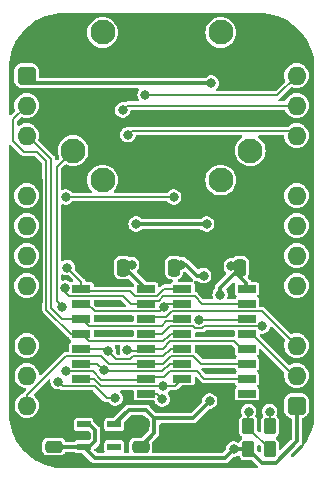
<source format=gbr>
%TF.GenerationSoftware,KiCad,Pcbnew,7.0.5*%
%TF.CreationDate,2023-12-18T08:42:21+02:00*%
%TF.ProjectId,SNES Controller Reader,534e4553-2043-46f6-9e74-726f6c6c6572,rev?*%
%TF.SameCoordinates,Original*%
%TF.FileFunction,Copper,L1,Top*%
%TF.FilePolarity,Positive*%
%FSLAX46Y46*%
G04 Gerber Fmt 4.6, Leading zero omitted, Abs format (unit mm)*
G04 Created by KiCad (PCBNEW 7.0.5) date 2023-12-18 08:42:21*
%MOMM*%
%LPD*%
G01*
G04 APERTURE LIST*
G04 Aperture macros list*
%AMRoundRect*
0 Rectangle with rounded corners*
0 $1 Rounding radius*
0 $2 $3 $4 $5 $6 $7 $8 $9 X,Y pos of 4 corners*
0 Add a 4 corners polygon primitive as box body*
4,1,4,$2,$3,$4,$5,$6,$7,$8,$9,$2,$3,0*
0 Add four circle primitives for the rounded corners*
1,1,$1+$1,$2,$3*
1,1,$1+$1,$4,$5*
1,1,$1+$1,$6,$7*
1,1,$1+$1,$8,$9*
0 Add four rect primitives between the rounded corners*
20,1,$1+$1,$2,$3,$4,$5,0*
20,1,$1+$1,$4,$5,$6,$7,0*
20,1,$1+$1,$6,$7,$8,$9,0*
20,1,$1+$1,$8,$9,$2,$3,0*%
G04 Aperture macros list end*
%TA.AperFunction,SMDPad,CuDef*%
%ADD10RoundRect,0.250000X0.475000X-0.250000X0.475000X0.250000X-0.475000X0.250000X-0.475000X-0.250000X0*%
%TD*%
%TA.AperFunction,SMDPad,CuDef*%
%ADD11RoundRect,0.250000X-0.262500X-0.450000X0.262500X-0.450000X0.262500X0.450000X-0.262500X0.450000X0*%
%TD*%
%TA.AperFunction,SMDPad,CuDef*%
%ADD12R,1.550000X0.650000*%
%TD*%
%TA.AperFunction,SMDPad,CuDef*%
%ADD13R,1.150000X0.600000*%
%TD*%
%TA.AperFunction,SMDPad,CuDef*%
%ADD14RoundRect,0.250000X0.250000X0.475000X-0.250000X0.475000X-0.250000X-0.475000X0.250000X-0.475000X0*%
%TD*%
%TA.AperFunction,ComponentPad*%
%ADD15C,2.100000*%
%TD*%
%TA.AperFunction,SMDPad,CuDef*%
%ADD16RoundRect,0.250000X0.262500X0.450000X-0.262500X0.450000X-0.262500X-0.450000X0.262500X-0.450000X0*%
%TD*%
%TA.AperFunction,ComponentPad*%
%ADD17RoundRect,0.400000X-0.400000X-0.400000X0.400000X-0.400000X0.400000X0.400000X-0.400000X0.400000X0*%
%TD*%
%TA.AperFunction,ComponentPad*%
%ADD18O,1.600000X1.600000*%
%TD*%
%TA.AperFunction,ComponentPad*%
%ADD19R,1.600000X1.600000*%
%TD*%
%TA.AperFunction,ViaPad*%
%ADD20C,0.800000*%
%TD*%
%TA.AperFunction,Conductor*%
%ADD21C,0.200000*%
%TD*%
%TA.AperFunction,Conductor*%
%ADD22C,0.380000*%
%TD*%
G04 APERTURE END LIST*
D10*
%TO.P,C10,1*%
%TO.N,/3.3V*%
X96000000Y-102534000D03*
%TO.P,C10,2*%
%TO.N,/GND*%
X96000000Y-100634000D03*
%TD*%
D11*
%TO.P,R2,1*%
%TO.N,/Serial Data _{IN}*%
X105132500Y-100828000D03*
%TO.P,R2,2*%
%TO.N,/Serial Data*%
X106957500Y-100828000D03*
%TD*%
D12*
%TO.P,IC6,1,Q1*%
%TO.N,/D1*%
X91001000Y-89154000D03*
%TO.P,IC6,2,Q2*%
%TO.N,/D2*%
X91001000Y-90424000D03*
%TO.P,IC6,3,Q3*%
%TO.N,/D3*%
X91001000Y-91694000D03*
%TO.P,IC6,4,Q4*%
%TO.N,/D4*%
X91001000Y-92964000D03*
%TO.P,IC6,5,Q5*%
%TO.N,/D5*%
X91001000Y-94234000D03*
%TO.P,IC6,6,Q6*%
%TO.N,/D6*%
X91001000Y-95504000D03*
%TO.P,IC6,7,Q7*%
%TO.N,/D7*%
X91001000Y-96774000D03*
%TO.P,IC6,8,GND*%
%TO.N,/GND*%
X91001000Y-98044000D03*
%TO.P,IC6,9,Q7S*%
%TO.N,/Q7S*%
X96451000Y-98044000D03*
%TO.P,IC6,10,~{MR}*%
%TO.N,/~{Reset}*%
X96451000Y-96774000D03*
%TO.P,IC6,11,SHCP*%
%TO.N,/~{Serial CP}*%
X96451000Y-95504000D03*
%TO.P,IC6,12,STCP*%
%TO.N,/Serial PL*%
X96451000Y-94234000D03*
%TO.P,IC6,13,~{OE}*%
%TO.N,/~{Read Low}*%
X96451000Y-92964000D03*
%TO.P,IC6,14,DS*%
%TO.N,/Serial Data*%
X96451000Y-91694000D03*
%TO.P,IC6,15,Q0*%
%TO.N,/D0*%
X96451000Y-90424000D03*
%TO.P,IC6,16,3V*%
%TO.N,/3.3V*%
X96451000Y-89154000D03*
%TD*%
D13*
%TO.P,IC11,1,VIN*%
%TO.N,/5V*%
X91174000Y-100650000D03*
%TO.P,IC11,2,GND*%
%TO.N,/GND*%
X91174000Y-101600000D03*
%TO.P,IC11,3,EN*%
%TO.N,/5V*%
X91174000Y-102550000D03*
%TO.P,IC11,4,ADJ*%
%TO.N,unconnected-(IC11-ADJ-Pad4)*%
X93774000Y-102550000D03*
%TO.P,IC11,5,VOUT*%
%TO.N,/3.3V*%
X93774000Y-100650000D03*
%TD*%
D14*
%TO.P,C8,1*%
%TO.N,/3.3V*%
X94533000Y-87376000D03*
%TO.P,C8,2*%
%TO.N,/GND*%
X92633000Y-87376000D03*
%TD*%
%TO.P,C7,1*%
%TO.N,/3.3V*%
X104439000Y-87376000D03*
%TO.P,C7,2*%
%TO.N,/GND*%
X102539000Y-87376000D03*
%TD*%
D15*
%TO.P,J1,1*%
%TO.N,/Serial PL*%
X90290000Y-77470000D03*
%TO.P,J1,2*%
%TO.N,/GND*%
X97790000Y-77470000D03*
%TO.P,J1,3*%
%TO.N,/5V*%
X105290000Y-77470000D03*
%TO.P,J1,4*%
%TO.N,/Serial CP*%
X92790000Y-79970000D03*
%TO.P,J1,5*%
%TO.N,/Serial Data _{IN}*%
X102790000Y-79970000D03*
%TO.P,J1,6*%
%TO.N,unconnected-(J1-Pad6)*%
X92790000Y-67470000D03*
%TO.P,J1,7*%
%TO.N,unconnected-(J1-Pad7)*%
X102790000Y-67470000D03*
%TD*%
D14*
%TO.P,C6,1*%
%TO.N,/5V*%
X98851000Y-87376000D03*
%TO.P,C6,2*%
%TO.N,/GND*%
X96951000Y-87376000D03*
%TD*%
D10*
%TO.P,C9,1*%
%TO.N,/5V*%
X88664000Y-102534000D03*
%TO.P,C9,2*%
%TO.N,/GND*%
X88664000Y-100634000D03*
%TD*%
D16*
%TO.P,R1,1*%
%TO.N,/Serial Data _{IN}*%
X106957500Y-102753000D03*
%TO.P,R1,2*%
%TO.N,/5V*%
X105132500Y-102753000D03*
%TD*%
D17*
%TO.P,J2,1,Pin_1*%
%TO.N,/5V*%
X86360000Y-71120000D03*
D18*
%TO.P,J2,2,Pin_2*%
%TO.N,/D4*%
X86360000Y-73660000D03*
%TO.P,J2,3,Pin_3*%
%TO.N,/D3*%
X86360000Y-76200000D03*
D19*
%TO.P,J2,4,Pin_4*%
%TO.N,/GND*%
X86360000Y-78740000D03*
D18*
%TO.P,J2,5,Pin_5*%
%TO.N,/D2*%
X86360000Y-81280000D03*
%TO.P,J2,6,Pin_6*%
%TO.N,/D1*%
X86360000Y-83820000D03*
%TO.P,J2,7,Pin_7*%
%TO.N,/D0*%
X86360000Y-86360000D03*
%TO.P,J2,8,Pin_8*%
%TO.N,/~{Reset}*%
X86360000Y-88900000D03*
D19*
%TO.P,J2,9,Pin_9*%
%TO.N,/GND*%
X86360000Y-91440000D03*
D18*
%TO.P,J2,10,Pin_10*%
%TO.N,/Serial PL*%
X86360000Y-93980000D03*
%TO.P,J2,11,Pin_11*%
%TO.N,/Serial CP*%
X86360000Y-96520000D03*
%TO.P,J2,12,Pin_12*%
%TO.N,/~{Serial CP}*%
X86360000Y-99060000D03*
D17*
%TO.P,J2,13,Pin_13*%
%TO.N,/5V*%
X109220000Y-99060000D03*
D18*
%TO.P,J2,14,Pin_14*%
%TO.N,/~{Read High}*%
X109220000Y-96520000D03*
%TO.P,J2,15,Pin_15*%
%TO.N,/Serial Data*%
X109220000Y-93980000D03*
D19*
%TO.P,J2,16,Pin_16*%
%TO.N,/GND*%
X109220000Y-91440000D03*
D18*
%TO.P,J2,17,Pin_17*%
%TO.N,/~{Read Low}*%
X109220000Y-88900000D03*
%TO.P,J2,18,Pin_18*%
%TO.N,unconnected-(J2-Pin_18-Pad18)*%
X109220000Y-86360000D03*
%TO.P,J2,19,Pin_19*%
%TO.N,unconnected-(J2-Pin_19-Pad19)*%
X109220000Y-83820000D03*
%TO.P,J2,20,Pin_20*%
%TO.N,unconnected-(J2-Pin_20-Pad20)*%
X109220000Y-81280000D03*
D19*
%TO.P,J2,21,Pin_21*%
%TO.N,/GND*%
X109220000Y-78740000D03*
D18*
%TO.P,J2,22,Pin_22*%
%TO.N,/D5*%
X109220000Y-76200000D03*
%TO.P,J2,23,Pin_23*%
%TO.N,/D6*%
X109220000Y-73660000D03*
%TO.P,J2,24,Pin_24*%
%TO.N,/D7*%
X109220000Y-71120000D03*
%TD*%
D12*
%TO.P,IC7,1,Q1*%
%TO.N,/D1*%
X99551000Y-89154000D03*
%TO.P,IC7,2,Q2*%
%TO.N,/D2*%
X99551000Y-90424000D03*
%TO.P,IC7,3,Q3*%
%TO.N,/D3*%
X99551000Y-91694000D03*
%TO.P,IC7,4,Q4*%
%TO.N,/D4*%
X99551000Y-92964000D03*
%TO.P,IC7,5,Q5*%
%TO.N,/D5*%
X99551000Y-94234000D03*
%TO.P,IC7,6,Q6*%
%TO.N,/D6*%
X99551000Y-95504000D03*
%TO.P,IC7,7,Q7*%
%TO.N,/D7*%
X99551000Y-96774000D03*
%TO.P,IC7,8,GND*%
%TO.N,/GND*%
X99551000Y-98044000D03*
%TO.P,IC7,9,Q7S*%
%TO.N,unconnected-(IC7-Q7S-Pad9)*%
X105001000Y-98044000D03*
%TO.P,IC7,10,~{MR}*%
%TO.N,/~{Reset}*%
X105001000Y-96774000D03*
%TO.P,IC7,11,SHCP*%
%TO.N,/~{Serial CP}*%
X105001000Y-95504000D03*
%TO.P,IC7,12,STCP*%
%TO.N,/Serial PL*%
X105001000Y-94234000D03*
%TO.P,IC7,13,~{OE}*%
%TO.N,/~{Read High}*%
X105001000Y-92964000D03*
%TO.P,IC7,14,DS*%
%TO.N,/Q7S*%
X105001000Y-91694000D03*
%TO.P,IC7,15,Q0*%
%TO.N,/D0*%
X105001000Y-90424000D03*
%TO.P,IC7,16,3V*%
%TO.N,/3.3V*%
X105001000Y-89154000D03*
%TD*%
D20*
%TO.N,/3.3V*%
X101599998Y-83692998D03*
X103638500Y-87249000D03*
X95631000Y-83693006D03*
X101854000Y-98679000D03*
X95250000Y-87122006D03*
X102743000Y-89662000D03*
%TO.N,/GND*%
X98171000Y-84582000D03*
X100838004Y-98044000D03*
X100838000Y-86233000D03*
X91804790Y-98228195D03*
X91610000Y-87503000D03*
X92710000Y-77470000D03*
%TO.N,/5V*%
X103886000Y-102743000D03*
X101981000Y-71755000D03*
X99441000Y-87122000D03*
X101346002Y-88059176D03*
%TO.N,/D1*%
X89789000Y-87376000D03*
%TO.N,/~{Reset}*%
X89673190Y-96139822D03*
%TO.N,/D2*%
X89662000Y-81407000D03*
X97980557Y-90741557D03*
X98806000Y-81407000D03*
%TO.N,/D5*%
X94927374Y-76131378D03*
X93260237Y-94455336D03*
%TO.N,/D6*%
X94488000Y-74041000D03*
X92902956Y-96077955D03*
%TO.N,/D7*%
X96393000Y-72771000D03*
X97917000Y-97409000D03*
%TO.N,/Q7S*%
X97839800Y-98507500D03*
X100937755Y-91820201D03*
%TO.N,/Serial Data*%
X106934000Y-99568000D03*
%TO.N,/Serial PL*%
X89026976Y-97028000D03*
X89366354Y-90701353D03*
X94895340Y-94370112D03*
X93853000Y-98425000D03*
%TO.N,/D0*%
X89613572Y-89087132D03*
%TO.N,/~{Read Low}*%
X106301538Y-92331538D03*
%TO.N,/Serial Data _{IN}*%
X105156000Y-99568000D03*
%TD*%
D21*
%TO.N,/Serial Data*%
X106957500Y-99591500D02*
X106934000Y-99568000D01*
X106957500Y-100828000D02*
X106957500Y-99591500D01*
D22*
%TO.N,/3.3V*%
X104947000Y-88691000D02*
X104947000Y-89100000D01*
X93774000Y-100650000D02*
X94983000Y-99441000D01*
X102743000Y-89072000D02*
X102743000Y-89662000D01*
X101599990Y-83693006D02*
X101599998Y-83692998D01*
X94533000Y-87376000D02*
X94996006Y-87376000D01*
X97163600Y-101370400D02*
X96000000Y-102534000D01*
X104439000Y-87376000D02*
X103765500Y-87376000D01*
X103765500Y-87376000D02*
X103638500Y-87249000D01*
X104439000Y-87376000D02*
X102743000Y-89072000D01*
X104439000Y-88183000D02*
X104947000Y-88691000D01*
X100404800Y-100128200D02*
X101854000Y-98679000D01*
X97163600Y-100128200D02*
X100404800Y-100128200D01*
X95631000Y-83693006D02*
X101599990Y-83693006D01*
X94718000Y-87421000D02*
X96451000Y-89154000D01*
X94983000Y-99441000D02*
X96476400Y-99441000D01*
X97163600Y-100128200D02*
X97163600Y-101370400D01*
X96476400Y-99441000D02*
X97163600Y-100128200D01*
X94996006Y-87376000D02*
X95250000Y-87122006D01*
X104439000Y-87376000D02*
X104439000Y-88183000D01*
%TO.N,/GND*%
X108077000Y-90297000D02*
X109220000Y-91440000D01*
X93014700Y-101350500D02*
X95283500Y-101350500D01*
X87445200Y-100634000D02*
X88664000Y-100634000D01*
X92556000Y-87503000D02*
X91610000Y-87503000D01*
X102539000Y-87376000D02*
X102539000Y-86818000D01*
X88664000Y-100634000D02*
X90207100Y-100634000D01*
X92659100Y-99949500D02*
X92763400Y-100053800D01*
X97078000Y-85623000D02*
X94386000Y-85623000D01*
X85161800Y-92638200D02*
X85161800Y-99550700D01*
X90437300Y-99949500D02*
X90207100Y-100179700D01*
X98119000Y-84582000D02*
X98171000Y-84582000D01*
X108077000Y-89328000D02*
X108077000Y-90297000D01*
X99187000Y-84582000D02*
X98171000Y-84582000D01*
X87068100Y-100256900D02*
X87445200Y-100634000D01*
X87068100Y-100256900D02*
X89281000Y-98044000D01*
X87550000Y-90250000D02*
X86360000Y-91440000D01*
X90207100Y-101117100D02*
X90690000Y-101600000D01*
X97078000Y-85623000D02*
X97078000Y-87249000D01*
X92763400Y-101099200D02*
X93014700Y-101350500D01*
X86360000Y-91440000D02*
X85161800Y-92638200D01*
X101396000Y-86233000D02*
X100838000Y-86233000D01*
X99551000Y-98044000D02*
X100838004Y-98044000D01*
X102539000Y-87376000D02*
X101396000Y-86233000D01*
X100838000Y-86233000D02*
X108331000Y-78740000D01*
X102539000Y-86818000D02*
X103096000Y-86261000D01*
X85868000Y-100256900D02*
X87068100Y-100256900D01*
X91001000Y-98044000D02*
X91620595Y-98044000D01*
X91620595Y-98044000D02*
X91804790Y-98228195D01*
X97078000Y-85623000D02*
X98119000Y-84582000D01*
X92710000Y-77470000D02*
X97790000Y-77470000D01*
X86360000Y-78740000D02*
X87550000Y-79930000D01*
X90207100Y-100179700D02*
X90207100Y-100634000D01*
X95283500Y-101350500D02*
X96000000Y-100634000D01*
X87550000Y-79930000D02*
X87550000Y-90250000D01*
X92763400Y-100053800D02*
X92763400Y-101099200D01*
X108331000Y-78740000D02*
X109220000Y-78740000D01*
X85161800Y-99550700D02*
X85868000Y-100256900D01*
X90690000Y-101600000D02*
X91174000Y-101600000D01*
X94386000Y-85623000D02*
X92633000Y-87376000D01*
X103096000Y-86261000D02*
X105010000Y-86261000D01*
X89281000Y-98044000D02*
X91001000Y-98044000D01*
X92659100Y-99949500D02*
X90437300Y-99949500D01*
X100838000Y-86233000D02*
X99187000Y-84582000D01*
X105010000Y-86261000D02*
X108077000Y-89328000D01*
X90207100Y-100634000D02*
X90207100Y-101117100D01*
%TO.N,/5V*%
X86360000Y-71120000D02*
X86995000Y-71755000D01*
X99441000Y-87122000D02*
X99822000Y-87122000D01*
X92129000Y-103505000D02*
X103124000Y-103505000D01*
X99822000Y-87122000D02*
X100759176Y-88059176D01*
X92158300Y-101153700D02*
X92158300Y-102044900D01*
X91653200Y-102550000D02*
X92158300Y-102044900D01*
X91174000Y-102550000D02*
X88680000Y-102550000D01*
X99105000Y-87122000D02*
X99441000Y-87122000D01*
X91653200Y-102550000D02*
X91174000Y-102550000D01*
X107442000Y-103886000D02*
X106265500Y-103886000D01*
X91654600Y-100650000D02*
X92158300Y-101153700D01*
X103896000Y-102753000D02*
X103886000Y-102743000D01*
X105132500Y-102753000D02*
X103896000Y-102753000D01*
X91174000Y-102550000D02*
X92129000Y-103505000D01*
X86995000Y-71755000D02*
X101981000Y-71755000D01*
X103124000Y-103505000D02*
X103886000Y-102743000D01*
X106265500Y-103886000D02*
X105132500Y-102753000D01*
X109248000Y-99088000D02*
X109248000Y-102080000D01*
X100759176Y-88059176D02*
X101346002Y-88059176D01*
X91174000Y-100650000D02*
X91654600Y-100650000D01*
X109248000Y-102080000D02*
X107442000Y-103886000D01*
D21*
%TO.N,/D1*%
X97387479Y-89779000D02*
X98012479Y-89154000D01*
X91001000Y-88588000D02*
X89789000Y-87376000D01*
X98012479Y-89154000D02*
X99101000Y-89154000D01*
X91193000Y-89346000D02*
X95072861Y-89346000D01*
X95505861Y-89779000D02*
X97387479Y-89779000D01*
X95072861Y-89346000D02*
X95505861Y-89779000D01*
X91001000Y-89154000D02*
X91001000Y-88588000D01*
%TO.N,/~{Reset}*%
X91974872Y-96139822D02*
X89673190Y-96139822D01*
X100774300Y-96147100D02*
X98459100Y-96147100D01*
X101401200Y-96774000D02*
X100774300Y-96147100D01*
X96627900Y-96597100D02*
X97995300Y-96597100D01*
X98459100Y-96147100D02*
X98002200Y-96604000D01*
X97995300Y-96597100D02*
X98002200Y-96604000D01*
X92687822Y-96852772D02*
X91974872Y-96139822D01*
X96372228Y-96852772D02*
X92687822Y-96852772D01*
X105001000Y-96774000D02*
X101401200Y-96774000D01*
%TO.N,/D2*%
X91472500Y-90424000D02*
X92117500Y-91069000D01*
X89662000Y-81407000D02*
X98806000Y-81407000D01*
X97653114Y-91069000D02*
X97980557Y-90741557D01*
X92117500Y-91069000D02*
X97653114Y-91069000D01*
X99551000Y-90424000D02*
X98298114Y-90424000D01*
X98298114Y-90424000D02*
X97980557Y-90741557D01*
%TO.N,/D3*%
X98190000Y-91929000D02*
X99316000Y-91929000D01*
X91636000Y-92329000D02*
X97790000Y-92329000D01*
X88440000Y-78179600D02*
X88440000Y-90764949D01*
X99316000Y-91929000D02*
X99551000Y-91694000D01*
X89369051Y-91694000D02*
X90691000Y-91694000D01*
X88440000Y-90764949D02*
X89369051Y-91694000D01*
X97790000Y-92329000D02*
X98190000Y-91929000D01*
X86460400Y-76200000D02*
X88440000Y-78179600D01*
X91147000Y-91840000D02*
X91636000Y-92329000D01*
%TO.N,/D4*%
X97927000Y-93589000D02*
X91626000Y-93589000D01*
X85226500Y-76664200D02*
X85226500Y-74793500D01*
X98609685Y-92964000D02*
X98209685Y-93364000D01*
X99551000Y-92964000D02*
X98609685Y-92964000D01*
X85226500Y-74793500D02*
X86360000Y-73660000D01*
X90734400Y-92964000D02*
X90073365Y-92964000D01*
X91626000Y-93589000D02*
X91001000Y-92964000D01*
X88040000Y-90930635D02*
X88040000Y-78393000D01*
X98209685Y-93364000D02*
X98152000Y-93364000D01*
X98152000Y-93364000D02*
X97927000Y-93589000D01*
X86173900Y-77611600D02*
X85226500Y-76664200D01*
X87258600Y-77611600D02*
X86173900Y-77611600D01*
X88040000Y-78393000D02*
X87258600Y-77611600D01*
X90073365Y-92964000D02*
X88040000Y-90930635D01*
%TO.N,/D5*%
X91001000Y-94234000D02*
X93038901Y-94234000D01*
X98552000Y-94234000D02*
X97907000Y-94879000D01*
X95239752Y-75819000D02*
X94927374Y-76131378D01*
X95151000Y-95104000D02*
X93908901Y-95104000D01*
X95376000Y-94879000D02*
X95151000Y-95104000D01*
X108839000Y-75819000D02*
X95239752Y-75819000D01*
X93908901Y-95104000D02*
X93260237Y-94455336D01*
X93038901Y-94234000D02*
X93260237Y-94455336D01*
X99551000Y-94234000D02*
X98552000Y-94234000D01*
X97907000Y-94879000D02*
X95376000Y-94879000D01*
%TO.N,/D6*%
X91001000Y-95504000D02*
X92329001Y-95504000D01*
X109220000Y-73660000D02*
X94869000Y-73660000D01*
X98482686Y-95504000D02*
X97855785Y-96130901D01*
X94869000Y-73660000D02*
X94488000Y-74041000D01*
X92329001Y-95504000D02*
X92902956Y-96077955D01*
X97855785Y-96130901D02*
X92955902Y-96130901D01*
X92955902Y-96130901D02*
X92902956Y-96077955D01*
X99551000Y-95504000D02*
X98482686Y-95504000D01*
%TO.N,/D7*%
X97925100Y-97400900D02*
X97917000Y-97409000D01*
X99551000Y-96774000D02*
X98924100Y-97400900D01*
X96393000Y-72771000D02*
X107569000Y-72771000D01*
X107569000Y-72771000D02*
X109220000Y-71120000D01*
X92670264Y-97400900D02*
X92043364Y-96774000D01*
X92043364Y-96774000D02*
X91001000Y-96774000D01*
X97908900Y-97400900D02*
X92670264Y-97400900D01*
X97917000Y-97409000D02*
X97908900Y-97400900D01*
X98924100Y-97400900D02*
X97925100Y-97400900D01*
%TO.N,/Q7S*%
X96451000Y-98044000D02*
X97376300Y-98044000D01*
X100986356Y-91771600D02*
X100937755Y-91820201D01*
X97376300Y-98044000D02*
X97839800Y-98507500D01*
X104923400Y-91771600D02*
X100986356Y-91771600D01*
%TO.N,/Serial Data*%
X105791000Y-91059000D02*
X106299000Y-91059000D01*
X106299000Y-91059000D02*
X109220000Y-93980000D01*
X98643064Y-91069000D02*
X105781000Y-91069000D01*
X98183064Y-91529000D02*
X98643064Y-91069000D01*
X105781000Y-91069000D02*
X105791000Y-91059000D01*
X96616000Y-91529000D02*
X98183064Y-91529000D01*
%TO.N,/Serial PL*%
X103926000Y-93609000D02*
X104551000Y-94234000D01*
X92112679Y-97409000D02*
X89407976Y-97409000D01*
X88900000Y-90234999D02*
X89366354Y-90701353D01*
X93853000Y-98425000D02*
X93128679Y-98425000D01*
X90290000Y-77470000D02*
X88900000Y-78860000D01*
X96451000Y-94234000D02*
X97905371Y-94234000D01*
X94932428Y-94407200D02*
X94895340Y-94370112D01*
X97905371Y-94234000D02*
X98530371Y-93609000D01*
X93128679Y-98425000D02*
X92112679Y-97409000D01*
X96277800Y-94407200D02*
X94932428Y-94407200D01*
X98530371Y-93609000D02*
X103926000Y-93609000D01*
X88900000Y-78860000D02*
X88900000Y-90234999D01*
X89407976Y-97409000D02*
X89026976Y-97028000D01*
%TO.N,/D0*%
X101222230Y-90427230D02*
X104652630Y-90427230D01*
X89926000Y-89779000D02*
X94515911Y-89779000D01*
X94515911Y-89779000D02*
X95188000Y-90451089D01*
X97553165Y-90179000D02*
X97933165Y-89799000D01*
X96696000Y-90179000D02*
X97553165Y-90179000D01*
X97933165Y-89799000D02*
X100594000Y-89799000D01*
X96451000Y-90424000D02*
X95215089Y-90424000D01*
X89613572Y-89087132D02*
X89613572Y-89466572D01*
X95215089Y-90424000D02*
X95188000Y-90451089D01*
X100594000Y-89799000D02*
X101222230Y-90427230D01*
X89613572Y-89466572D02*
X89926000Y-89779000D01*
X96451000Y-90424000D02*
X96696000Y-90179000D01*
%TO.N,/~{Serial CP}*%
X100474950Y-94860900D02*
X101118050Y-95504000D01*
X89666925Y-94877100D02*
X92692051Y-94877100D01*
X86360000Y-98569800D02*
X86360000Y-98184025D01*
X86360000Y-98184025D02*
X89666925Y-94877100D01*
X97917000Y-95504000D02*
X98560100Y-94860900D01*
X101118050Y-95504000D02*
X105001000Y-95504000D01*
X92692051Y-94877100D02*
X93318951Y-95504000D01*
X98560100Y-94860900D02*
X100474950Y-94860900D01*
X93318951Y-95504000D02*
X96451000Y-95504000D01*
X96451000Y-95504000D02*
X97917000Y-95504000D01*
%TO.N,/~{Read Low}*%
X98486000Y-92329000D02*
X100456604Y-92329000D01*
X96451000Y-92964000D02*
X97851000Y-92964000D01*
X101416368Y-92331538D02*
X106301538Y-92331538D01*
X100647805Y-92520201D02*
X101227705Y-92520201D01*
X100456604Y-92329000D02*
X100647805Y-92520201D01*
X97851000Y-92964000D02*
X98486000Y-92329000D01*
X101227705Y-92520201D02*
X101416368Y-92331538D01*
%TO.N,/~{Read High}*%
X108966000Y-96520000D02*
X105410000Y-92964000D01*
%TO.N,/Serial Data _{IN}*%
X105132500Y-100828000D02*
X105132500Y-99591500D01*
X105132500Y-99591500D02*
X105156000Y-99568000D01*
X105132500Y-100928000D02*
X106957500Y-102753000D01*
%TD*%
%TA.AperFunction,Conductor*%
%TO.N,/GND*%
G36*
X106046351Y-65805559D02*
G01*
X106450162Y-65823189D01*
X106455515Y-65823658D01*
X106854908Y-65876239D01*
X106860224Y-65877177D01*
X107253504Y-65964365D01*
X107258716Y-65965761D01*
X107618162Y-66079093D01*
X107642898Y-66086893D01*
X107647983Y-66088744D01*
X107776460Y-66141960D01*
X108020159Y-66242904D01*
X108025029Y-66245175D01*
X108382350Y-66431184D01*
X108387028Y-66433886D01*
X108726770Y-66650325D01*
X108731198Y-66653426D01*
X108944719Y-66817266D01*
X109050779Y-66898648D01*
X109054924Y-66902127D01*
X109351909Y-67174264D01*
X109355735Y-67178090D01*
X109627872Y-67475075D01*
X109631351Y-67479220D01*
X109876570Y-67798796D01*
X109879674Y-67803229D01*
X110096113Y-68142971D01*
X110098819Y-68147657D01*
X110266644Y-68470047D01*
X110284815Y-68504952D01*
X110287102Y-68509856D01*
X110441255Y-68882016D01*
X110443106Y-68887101D01*
X110564234Y-69271268D01*
X110565634Y-69276495D01*
X110652822Y-69669775D01*
X110653762Y-69675104D01*
X110706339Y-70074467D01*
X110706811Y-70079858D01*
X110724441Y-70483649D01*
X110724500Y-70486353D01*
X110724500Y-99693646D01*
X110724441Y-99696350D01*
X110706811Y-100100141D01*
X110706339Y-100105532D01*
X110653762Y-100504895D01*
X110652822Y-100510224D01*
X110565634Y-100903504D01*
X110564234Y-100908731D01*
X110443106Y-101292898D01*
X110441255Y-101297983D01*
X110287102Y-101670143D01*
X110284815Y-101675047D01*
X110098819Y-102032342D01*
X110096113Y-102037028D01*
X109879674Y-102376770D01*
X109876570Y-102381202D01*
X109858248Y-102405082D01*
X109801820Y-102446285D01*
X109744187Y-102449718D01*
X109756784Y-102500140D01*
X109734382Y-102566321D01*
X109731263Y-102570570D01*
X109631351Y-102700779D01*
X109627872Y-102704924D01*
X109355735Y-103001909D01*
X109351909Y-103005735D01*
X109054924Y-103277872D01*
X109050779Y-103281351D01*
X108913476Y-103386707D01*
X108848307Y-103411901D01*
X108779862Y-103397863D01*
X108729873Y-103349049D01*
X108714209Y-103280957D01*
X108737846Y-103215207D01*
X108750303Y-103200656D01*
X109539527Y-102411432D01*
X109544690Y-102406817D01*
X109555577Y-102398136D01*
X109620259Y-102371729D01*
X109650518Y-102377347D01*
X109638400Y-102354512D01*
X109644213Y-102284884D01*
X109648157Y-102275782D01*
X109649354Y-102273292D01*
X109649360Y-102273285D01*
X109666157Y-102218824D01*
X109666881Y-102216628D01*
X109685711Y-102162820D01*
X109687249Y-102154685D01*
X109688500Y-102146392D01*
X109688500Y-102089414D01*
X109688542Y-102087133D01*
X109690675Y-102030123D01*
X109690674Y-102030122D01*
X109689635Y-102020893D01*
X109690488Y-102020796D01*
X109688500Y-102005681D01*
X109688500Y-100210597D01*
X109708185Y-100143558D01*
X109760989Y-100097803D01*
X109777894Y-100091524D01*
X109880398Y-100061744D01*
X110021865Y-99978081D01*
X110138081Y-99861865D01*
X110221744Y-99720398D01*
X110266020Y-99568000D01*
X110267597Y-99562573D01*
X110267598Y-99562567D01*
X110270499Y-99525701D01*
X110270500Y-99525694D01*
X110270500Y-98594306D01*
X110267598Y-98557431D01*
X110265323Y-98549601D01*
X110221745Y-98399606D01*
X110221744Y-98399603D01*
X110221744Y-98399602D01*
X110138081Y-98258135D01*
X110138079Y-98258133D01*
X110138076Y-98258129D01*
X110021870Y-98141923D01*
X110021862Y-98141917D01*
X109943681Y-98095681D01*
X109880398Y-98058256D01*
X109880397Y-98058255D01*
X109880396Y-98058255D01*
X109880393Y-98058254D01*
X109722573Y-98012402D01*
X109722567Y-98012401D01*
X109685701Y-98009500D01*
X109685694Y-98009500D01*
X108754306Y-98009500D01*
X108754298Y-98009500D01*
X108717432Y-98012401D01*
X108717426Y-98012402D01*
X108559606Y-98058254D01*
X108559603Y-98058255D01*
X108418137Y-98141917D01*
X108418129Y-98141923D01*
X108301923Y-98258129D01*
X108301917Y-98258137D01*
X108218255Y-98399603D01*
X108218254Y-98399606D01*
X108172402Y-98557426D01*
X108172401Y-98557432D01*
X108169500Y-98594298D01*
X108169500Y-99525701D01*
X108172401Y-99562567D01*
X108172402Y-99562573D01*
X108218254Y-99720393D01*
X108218255Y-99720396D01*
X108301917Y-99861862D01*
X108301923Y-99861870D01*
X108418129Y-99978076D01*
X108418133Y-99978079D01*
X108418135Y-99978081D01*
X108559602Y-100061744D01*
X108662091Y-100091520D01*
X108718095Y-100107791D01*
X108776981Y-100145397D01*
X108806187Y-100208869D01*
X108807500Y-100226867D01*
X108807500Y-101846176D01*
X108787815Y-101913215D01*
X108771181Y-101933857D01*
X107932180Y-102772858D01*
X107870857Y-102806343D01*
X107801165Y-102801359D01*
X107745232Y-102759487D01*
X107720815Y-102694023D01*
X107720499Y-102685177D01*
X107720499Y-102255129D01*
X107720498Y-102255123D01*
X107719423Y-102245126D01*
X107715299Y-102206757D01*
X107714091Y-102195516D01*
X107663797Y-102060671D01*
X107663793Y-102060664D01*
X107577547Y-101945455D01*
X107503156Y-101889765D01*
X107461286Y-101833831D01*
X107456302Y-101764139D01*
X107489788Y-101702816D01*
X107503150Y-101691238D01*
X107577546Y-101635546D01*
X107663796Y-101520331D01*
X107714091Y-101385483D01*
X107720500Y-101325873D01*
X107720499Y-100330128D01*
X107714091Y-100270517D01*
X107691742Y-100210597D01*
X107663797Y-100135671D01*
X107663793Y-100135664D01*
X107577548Y-100020457D01*
X107577546Y-100020454D01*
X107577544Y-100020452D01*
X107577542Y-100020450D01*
X107559261Y-100006765D01*
X107517390Y-99950830D01*
X107512407Y-99881139D01*
X107517631Y-99863528D01*
X107570237Y-99724818D01*
X107589278Y-99568000D01*
X107589278Y-99567999D01*
X107570237Y-99411181D01*
X107524922Y-99291696D01*
X107514220Y-99263477D01*
X107424483Y-99133470D01*
X107306240Y-99028717D01*
X107306238Y-99028716D01*
X107306237Y-99028715D01*
X107166365Y-98955303D01*
X107012986Y-98917500D01*
X107012985Y-98917500D01*
X106855015Y-98917500D01*
X106855014Y-98917500D01*
X106701634Y-98955303D01*
X106561762Y-99028715D01*
X106500971Y-99082571D01*
X106453689Y-99124459D01*
X106443516Y-99133471D01*
X106353781Y-99263475D01*
X106353780Y-99263476D01*
X106297762Y-99411181D01*
X106278722Y-99567999D01*
X106278722Y-99568000D01*
X106297762Y-99724818D01*
X106346997Y-99854637D01*
X106353780Y-99872523D01*
X106353782Y-99872526D01*
X106356678Y-99878044D01*
X106370400Y-99946553D01*
X106344906Y-100011605D01*
X106339395Y-100017859D01*
X106251206Y-100135664D01*
X106251202Y-100135671D01*
X106200908Y-100270517D01*
X106195016Y-100325326D01*
X106194501Y-100330123D01*
X106194500Y-100330135D01*
X106194500Y-101194957D01*
X106174815Y-101261996D01*
X106122011Y-101307751D01*
X106052853Y-101317695D01*
X105989297Y-101288670D01*
X105982818Y-101282637D01*
X105931817Y-101231635D01*
X105898333Y-101170312D01*
X105895499Y-101143955D01*
X105895499Y-100330129D01*
X105895498Y-100330123D01*
X105895497Y-100330116D01*
X105889091Y-100270517D01*
X105866742Y-100210597D01*
X105838797Y-100135671D01*
X105838793Y-100135664D01*
X105747232Y-100013355D01*
X105749184Y-100011893D01*
X105721954Y-99962024D01*
X105726938Y-99892332D01*
X105733325Y-99878037D01*
X105736215Y-99872529D01*
X105736220Y-99872523D01*
X105792237Y-99724818D01*
X105811278Y-99568000D01*
X105792237Y-99411182D01*
X105736220Y-99263477D01*
X105646483Y-99133470D01*
X105528240Y-99028717D01*
X105528238Y-99028716D01*
X105528237Y-99028715D01*
X105388365Y-98955303D01*
X105234986Y-98917500D01*
X105234985Y-98917500D01*
X105077015Y-98917500D01*
X105077014Y-98917500D01*
X104923634Y-98955303D01*
X104783762Y-99028715D01*
X104722971Y-99082571D01*
X104675689Y-99124459D01*
X104665516Y-99133471D01*
X104575781Y-99263475D01*
X104575780Y-99263476D01*
X104519762Y-99411181D01*
X104500722Y-99567999D01*
X104500722Y-99568000D01*
X104519762Y-99724818D01*
X104572369Y-99863528D01*
X104577736Y-99933191D01*
X104544589Y-99994697D01*
X104530739Y-100006765D01*
X104512457Y-100020450D01*
X104512451Y-100020457D01*
X104426206Y-100135664D01*
X104426202Y-100135671D01*
X104375908Y-100270517D01*
X104370016Y-100325326D01*
X104369501Y-100330123D01*
X104369500Y-100330135D01*
X104369500Y-101325870D01*
X104369501Y-101325876D01*
X104375908Y-101385483D01*
X104426202Y-101520328D01*
X104426206Y-101520335D01*
X104512452Y-101635544D01*
X104512453Y-101635544D01*
X104512454Y-101635546D01*
X104555719Y-101667934D01*
X104586843Y-101691234D01*
X104628713Y-101747168D01*
X104633697Y-101816860D01*
X104600211Y-101878182D01*
X104586843Y-101889766D01*
X104512452Y-101945455D01*
X104426206Y-102060664D01*
X104426203Y-102060670D01*
X104403272Y-102122151D01*
X104361400Y-102178084D01*
X104295936Y-102202501D01*
X104229464Y-102188613D01*
X104118365Y-102130303D01*
X103964986Y-102092500D01*
X103964985Y-102092500D01*
X103807015Y-102092500D01*
X103807014Y-102092500D01*
X103653634Y-102130303D01*
X103513762Y-102203715D01*
X103395516Y-102308471D01*
X103305781Y-102438475D01*
X103305780Y-102438476D01*
X103249763Y-102586180D01*
X103231413Y-102737305D01*
X103203791Y-102801483D01*
X103195999Y-102810039D01*
X102977856Y-103028182D01*
X102916536Y-103061666D01*
X102890177Y-103064500D01*
X97083153Y-103064500D01*
X97016114Y-103044815D01*
X96970359Y-102992011D01*
X96960415Y-102922853D01*
X96966972Y-102897165D01*
X96968511Y-102893038D01*
X96969091Y-102891483D01*
X96975500Y-102831873D01*
X96975499Y-102236128D01*
X96975499Y-102236127D01*
X96975499Y-102232822D01*
X96995183Y-102165783D01*
X97011813Y-102145146D01*
X97455128Y-101701831D01*
X97460296Y-101697212D01*
X97490157Y-101673401D01*
X97522294Y-101626262D01*
X97523582Y-101624446D01*
X97557452Y-101578557D01*
X97557453Y-101578555D01*
X97561343Y-101571194D01*
X97564956Y-101563689D01*
X97564960Y-101563685D01*
X97581761Y-101509211D01*
X97582485Y-101507014D01*
X97601310Y-101453219D01*
X97601310Y-101453212D01*
X97602856Y-101445042D01*
X97604097Y-101436803D01*
X97604100Y-101436795D01*
X97604099Y-101379805D01*
X97604141Y-101377520D01*
X97606275Y-101320523D01*
X97606274Y-101320522D01*
X97605235Y-101311293D01*
X97606088Y-101311196D01*
X97604100Y-101296082D01*
X97604100Y-100692700D01*
X97623785Y-100625661D01*
X97676589Y-100579906D01*
X97728100Y-100568700D01*
X100376572Y-100568700D01*
X100383512Y-100569089D01*
X100413451Y-100572463D01*
X100421456Y-100573365D01*
X100421456Y-100573364D01*
X100421457Y-100573365D01*
X100477504Y-100562759D01*
X100479771Y-100562375D01*
X100536106Y-100553885D01*
X100544077Y-100551426D01*
X100551927Y-100548679D01*
X100551927Y-100548678D01*
X100551931Y-100548678D01*
X100602329Y-100522040D01*
X100604375Y-100521008D01*
X100655746Y-100496270D01*
X100655748Y-100496267D01*
X100662604Y-100491593D01*
X100669332Y-100486629D01*
X100669331Y-100486628D01*
X100709637Y-100446322D01*
X100711260Y-100444758D01*
X100753087Y-100405950D01*
X100753089Y-100405946D01*
X100758882Y-100398682D01*
X100759558Y-100399221D01*
X100768831Y-100387128D01*
X101790141Y-99365819D01*
X101851465Y-99332334D01*
X101877823Y-99329500D01*
X101932985Y-99329500D01*
X102086365Y-99291696D01*
X102086365Y-99291695D01*
X102226240Y-99218283D01*
X102344483Y-99113530D01*
X102434220Y-98983523D01*
X102490237Y-98835818D01*
X102509278Y-98679000D01*
X102502054Y-98619500D01*
X102490237Y-98522181D01*
X102443749Y-98399603D01*
X102434220Y-98374477D01*
X102344483Y-98244470D01*
X102226240Y-98139717D01*
X102226238Y-98139716D01*
X102226237Y-98139715D01*
X102086365Y-98066303D01*
X101932986Y-98028500D01*
X101932985Y-98028500D01*
X101775015Y-98028500D01*
X101775014Y-98028500D01*
X101621634Y-98066303D01*
X101481762Y-98139715D01*
X101363516Y-98244471D01*
X101273781Y-98374475D01*
X101273780Y-98374476D01*
X101217763Y-98522180D01*
X101199413Y-98673305D01*
X101171791Y-98737483D01*
X101163998Y-98746039D01*
X100258658Y-99651381D01*
X100197335Y-99684866D01*
X100170977Y-99687700D01*
X97397423Y-99687700D01*
X97330384Y-99668015D01*
X97309742Y-99651381D01*
X96807843Y-99149482D01*
X96803206Y-99144294D01*
X96786766Y-99123679D01*
X96779401Y-99114443D01*
X96779400Y-99114442D01*
X96779399Y-99114441D01*
X96732293Y-99082324D01*
X96730403Y-99080983D01*
X96701971Y-99060000D01*
X96684557Y-99047148D01*
X96684555Y-99047147D01*
X96677194Y-99043256D01*
X96669684Y-99039639D01*
X96615218Y-99022839D01*
X96613015Y-99022114D01*
X96559219Y-99003289D01*
X96551040Y-99001741D01*
X96542799Y-99000500D01*
X96542795Y-99000500D01*
X96485804Y-99000500D01*
X96483522Y-99000457D01*
X96459461Y-98999557D01*
X96426522Y-98998324D01*
X96417290Y-98999365D01*
X96417193Y-98998510D01*
X96402080Y-99000500D01*
X95011227Y-99000500D01*
X95004288Y-99000110D01*
X94988433Y-98998324D01*
X94966342Y-98995834D01*
X94910347Y-99006430D01*
X94908062Y-99006818D01*
X94851692Y-99015315D01*
X94843758Y-99017762D01*
X94835867Y-99020523D01*
X94785495Y-99047145D01*
X94783427Y-99048189D01*
X94732051Y-99072931D01*
X94725206Y-99077597D01*
X94718466Y-99082572D01*
X94678185Y-99122853D01*
X94676517Y-99124459D01*
X94634710Y-99163251D01*
X94628919Y-99170514D01*
X94628249Y-99169980D01*
X94618968Y-99182069D01*
X93737858Y-100063181D01*
X93676535Y-100096666D01*
X93650177Y-100099500D01*
X93174323Y-100099500D01*
X93101264Y-100114032D01*
X93101260Y-100114033D01*
X93018399Y-100169399D01*
X92963033Y-100252260D01*
X92963032Y-100252264D01*
X92948500Y-100325321D01*
X92948500Y-100974678D01*
X92963032Y-101047735D01*
X92963033Y-101047739D01*
X92963034Y-101047740D01*
X93018399Y-101130601D01*
X93077832Y-101170312D01*
X93101260Y-101185966D01*
X93101264Y-101185967D01*
X93174321Y-101200499D01*
X93174324Y-101200500D01*
X93174326Y-101200500D01*
X94373676Y-101200500D01*
X94373677Y-101200499D01*
X94446740Y-101185966D01*
X94529601Y-101130601D01*
X94584966Y-101047740D01*
X94599500Y-100974674D01*
X94599500Y-100498822D01*
X94619185Y-100431784D01*
X94635819Y-100411142D01*
X95129142Y-99917819D01*
X95190465Y-99884334D01*
X95216823Y-99881500D01*
X96242577Y-99881500D01*
X96309616Y-99901185D01*
X96330258Y-99917819D01*
X96686781Y-100274342D01*
X96720266Y-100335665D01*
X96723100Y-100362023D01*
X96723100Y-101136576D01*
X96703415Y-101203615D01*
X96686781Y-101224257D01*
X96163856Y-101747181D01*
X96102533Y-101780666D01*
X96076175Y-101783500D01*
X95477129Y-101783500D01*
X95477123Y-101783501D01*
X95417516Y-101789908D01*
X95282671Y-101840202D01*
X95282664Y-101840206D01*
X95167455Y-101926452D01*
X95167452Y-101926455D01*
X95081206Y-102041664D01*
X95081202Y-102041671D01*
X95030910Y-102176513D01*
X95030909Y-102176517D01*
X95024500Y-102236127D01*
X95024500Y-102236134D01*
X95024500Y-102236135D01*
X95024500Y-102831870D01*
X95024501Y-102831876D01*
X95030908Y-102891483D01*
X95033028Y-102897165D01*
X95038013Y-102966857D01*
X95004529Y-103028180D01*
X94943206Y-103061666D01*
X94916847Y-103064500D01*
X94712836Y-103064500D01*
X94645797Y-103044815D01*
X94600042Y-102992011D01*
X94590098Y-102922853D01*
X94591219Y-102916309D01*
X94597980Y-102882314D01*
X94599500Y-102874674D01*
X94599500Y-102225326D01*
X94599500Y-102225323D01*
X94599499Y-102225321D01*
X94584967Y-102152264D01*
X94584966Y-102152260D01*
X94580209Y-102145141D01*
X94529601Y-102069399D01*
X94458670Y-102022005D01*
X94446739Y-102014033D01*
X94446735Y-102014032D01*
X94373677Y-101999500D01*
X94373674Y-101999500D01*
X93174326Y-101999500D01*
X93174323Y-101999500D01*
X93101264Y-102014032D01*
X93101260Y-102014033D01*
X93018399Y-102069399D01*
X92963033Y-102152260D01*
X92963032Y-102152264D01*
X92948500Y-102225321D01*
X92948500Y-102874678D01*
X92956781Y-102916309D01*
X92950554Y-102985900D01*
X92907691Y-103041078D01*
X92841801Y-103064322D01*
X92835164Y-103064500D01*
X92362823Y-103064500D01*
X92295784Y-103044815D01*
X92275142Y-103028181D01*
X92124241Y-102877280D01*
X92090756Y-102815957D01*
X92095740Y-102746265D01*
X92124237Y-102701923D01*
X92449828Y-102376331D01*
X92454996Y-102371712D01*
X92484857Y-102347901D01*
X92516984Y-102300777D01*
X92518286Y-102298942D01*
X92552152Y-102253058D01*
X92552153Y-102253056D01*
X92556041Y-102245698D01*
X92559659Y-102238187D01*
X92560294Y-102236128D01*
X92576466Y-102183696D01*
X92577181Y-102181525D01*
X92596010Y-102127719D01*
X92596010Y-102127713D01*
X92597554Y-102119555D01*
X92598800Y-102111294D01*
X92598800Y-102054303D01*
X92598842Y-102052021D01*
X92600975Y-101995023D01*
X92600974Y-101995022D01*
X92599935Y-101985794D01*
X92600792Y-101985697D01*
X92598800Y-101970589D01*
X92598800Y-101181918D01*
X92599189Y-101174982D01*
X92603464Y-101137043D01*
X92592859Y-101081000D01*
X92592480Y-101078760D01*
X92583985Y-101022394D01*
X92581530Y-101014436D01*
X92578778Y-101006570D01*
X92578777Y-101006568D01*
X92552135Y-100956160D01*
X92551100Y-100954108D01*
X92529248Y-100908731D01*
X92526370Y-100902754D01*
X92526368Y-100902752D01*
X92526367Y-100902749D01*
X92521703Y-100895907D01*
X92516728Y-100889167D01*
X92476421Y-100848860D01*
X92474839Y-100847217D01*
X92436050Y-100805413D01*
X92428782Y-100799617D01*
X92429317Y-100798945D01*
X92417226Y-100789665D01*
X92035819Y-100408258D01*
X92002334Y-100346935D01*
X92000656Y-100331330D01*
X92000097Y-100331386D01*
X91999500Y-100325331D01*
X91999500Y-100325326D01*
X91996583Y-100310661D01*
X91984967Y-100252264D01*
X91984966Y-100252260D01*
X91957128Y-100210597D01*
X91929601Y-100169399D01*
X91874235Y-100132405D01*
X91846739Y-100114033D01*
X91846735Y-100114032D01*
X91773677Y-100099500D01*
X91773674Y-100099500D01*
X90574326Y-100099500D01*
X90574323Y-100099500D01*
X90501264Y-100114032D01*
X90501260Y-100114033D01*
X90418399Y-100169399D01*
X90363033Y-100252260D01*
X90363032Y-100252264D01*
X90348500Y-100325321D01*
X90348500Y-100974678D01*
X90363032Y-101047735D01*
X90363033Y-101047739D01*
X90363034Y-101047740D01*
X90418399Y-101130601D01*
X90477832Y-101170312D01*
X90501260Y-101185966D01*
X90501264Y-101185967D01*
X90574321Y-101200499D01*
X90574324Y-101200500D01*
X90574326Y-101200500D01*
X91530777Y-101200500D01*
X91597816Y-101220185D01*
X91618458Y-101236819D01*
X91681481Y-101299842D01*
X91714966Y-101361165D01*
X91717800Y-101387523D01*
X91717800Y-101811075D01*
X91698115Y-101878114D01*
X91681482Y-101898756D01*
X91617058Y-101963181D01*
X91555735Y-101996666D01*
X91529376Y-101999500D01*
X90574323Y-101999500D01*
X90501264Y-102014032D01*
X90501260Y-102014033D01*
X90418397Y-102069400D01*
X90414613Y-102073185D01*
X90353288Y-102106667D01*
X90326935Y-102109500D01*
X89693408Y-102109500D01*
X89626369Y-102089815D01*
X89588134Y-102048751D01*
X89588112Y-102048769D01*
X89587953Y-102048557D01*
X89584578Y-102044932D01*
X89582793Y-102041664D01*
X89496547Y-101926455D01*
X89496544Y-101926452D01*
X89381335Y-101840206D01*
X89381328Y-101840202D01*
X89246482Y-101789908D01*
X89246483Y-101789908D01*
X89186883Y-101783501D01*
X89186881Y-101783500D01*
X89186873Y-101783500D01*
X89186864Y-101783500D01*
X88141129Y-101783500D01*
X88141123Y-101783501D01*
X88081516Y-101789908D01*
X87946671Y-101840202D01*
X87946664Y-101840206D01*
X87831455Y-101926452D01*
X87831452Y-101926455D01*
X87745206Y-102041664D01*
X87745202Y-102041671D01*
X87694910Y-102176513D01*
X87694909Y-102176517D01*
X87688500Y-102236127D01*
X87688500Y-102236134D01*
X87688500Y-102236135D01*
X87688500Y-102831870D01*
X87688501Y-102831876D01*
X87694908Y-102891483D01*
X87745202Y-103026328D01*
X87745206Y-103026335D01*
X87831452Y-103141544D01*
X87831455Y-103141547D01*
X87946664Y-103227793D01*
X87946671Y-103227797D01*
X88081517Y-103278091D01*
X88081516Y-103278091D01*
X88088444Y-103278835D01*
X88141127Y-103284500D01*
X89186872Y-103284499D01*
X89246483Y-103278091D01*
X89381331Y-103227796D01*
X89496546Y-103141546D01*
X89568959Y-103044815D01*
X89572423Y-103040188D01*
X89628357Y-102998318D01*
X89671689Y-102990500D01*
X90326935Y-102990500D01*
X90393974Y-103010185D01*
X90414613Y-103026815D01*
X90418397Y-103030599D01*
X90418398Y-103030599D01*
X90418399Y-103030601D01*
X90501260Y-103085966D01*
X90501264Y-103085967D01*
X90574321Y-103100499D01*
X90574324Y-103100500D01*
X90574326Y-103100500D01*
X91050177Y-103100500D01*
X91117216Y-103120185D01*
X91137858Y-103136819D01*
X91797555Y-103796516D01*
X91802191Y-103801704D01*
X91818009Y-103821538D01*
X91825999Y-103831557D01*
X91873121Y-103863684D01*
X91874970Y-103864996D01*
X91878164Y-103867353D01*
X91920841Y-103898851D01*
X91928216Y-103902748D01*
X91935713Y-103906359D01*
X91935715Y-103906360D01*
X91990206Y-103923167D01*
X91992368Y-103923879D01*
X92046181Y-103942710D01*
X92046186Y-103942710D01*
X92054356Y-103944256D01*
X92062604Y-103945499D01*
X92062605Y-103945500D01*
X92119596Y-103945500D01*
X92121877Y-103945542D01*
X92178877Y-103947675D01*
X92188110Y-103946635D01*
X92188206Y-103947489D01*
X92203320Y-103945500D01*
X103095772Y-103945500D01*
X103102712Y-103945889D01*
X103132651Y-103949263D01*
X103140656Y-103950165D01*
X103140656Y-103950164D01*
X103140657Y-103950165D01*
X103196704Y-103939559D01*
X103198971Y-103939175D01*
X103255306Y-103930685D01*
X103263277Y-103928226D01*
X103271127Y-103925479D01*
X103271127Y-103925478D01*
X103271131Y-103925478D01*
X103321529Y-103898840D01*
X103323575Y-103897808D01*
X103374946Y-103873070D01*
X103374948Y-103873067D01*
X103381804Y-103868393D01*
X103388532Y-103863429D01*
X103388531Y-103863428D01*
X103428837Y-103823122D01*
X103430460Y-103821558D01*
X103472287Y-103782750D01*
X103472289Y-103782746D01*
X103478082Y-103775482D01*
X103478758Y-103776021D01*
X103488028Y-103763931D01*
X103822143Y-103429816D01*
X103883465Y-103396334D01*
X103909823Y-103393500D01*
X103964985Y-103393500D01*
X104118365Y-103355696D01*
X104223226Y-103300659D01*
X104291734Y-103286934D01*
X104356787Y-103312426D01*
X104397034Y-103367123D01*
X104426202Y-103445328D01*
X104426206Y-103445335D01*
X104512452Y-103560544D01*
X104512455Y-103560547D01*
X104627664Y-103646793D01*
X104627671Y-103646797D01*
X104672618Y-103663560D01*
X104762517Y-103697091D01*
X104822127Y-103703500D01*
X105408676Y-103703499D01*
X105475715Y-103723183D01*
X105496357Y-103739818D01*
X105919358Y-104162819D01*
X105952843Y-104224142D01*
X105947859Y-104293834D01*
X105905987Y-104349767D01*
X105840523Y-104374184D01*
X105831677Y-104374500D01*
X89536353Y-104374500D01*
X89533649Y-104374441D01*
X89129858Y-104356811D01*
X89124467Y-104356339D01*
X88725104Y-104303762D01*
X88719775Y-104302822D01*
X88326495Y-104215634D01*
X88321268Y-104214234D01*
X87937101Y-104093106D01*
X87932016Y-104091255D01*
X87582871Y-103946635D01*
X87559850Y-103937099D01*
X87554960Y-103934819D01*
X87197657Y-103748819D01*
X87192971Y-103746113D01*
X86853229Y-103529674D01*
X86848796Y-103526570D01*
X86641000Y-103367123D01*
X86529218Y-103281350D01*
X86525075Y-103277872D01*
X86228090Y-103005735D01*
X86224264Y-103001909D01*
X86220973Y-102998318D01*
X86068454Y-102831873D01*
X85952127Y-102704924D01*
X85948648Y-102700779D01*
X85860713Y-102586180D01*
X85703426Y-102381198D01*
X85700325Y-102376770D01*
X85483886Y-102037028D01*
X85481180Y-102032342D01*
X85295175Y-101675029D01*
X85292904Y-101670159D01*
X85191960Y-101426460D01*
X85138744Y-101297983D01*
X85136893Y-101292898D01*
X85117577Y-101231635D01*
X85015761Y-100908716D01*
X85014365Y-100903504D01*
X84927177Y-100510224D01*
X84926239Y-100504908D01*
X84873658Y-100105515D01*
X84873189Y-100100162D01*
X84855559Y-99696350D01*
X84855500Y-99693646D01*
X84855500Y-93979999D01*
X85304417Y-93979999D01*
X85324699Y-94185932D01*
X85332999Y-94213293D01*
X85384768Y-94383954D01*
X85482315Y-94566450D01*
X85482317Y-94566452D01*
X85613589Y-94726410D01*
X85661704Y-94765896D01*
X85773550Y-94857685D01*
X85956046Y-94955232D01*
X86154066Y-95015300D01*
X86154065Y-95015300D01*
X86172529Y-95017118D01*
X86360000Y-95035583D01*
X86565934Y-95015300D01*
X86763954Y-94955232D01*
X86946450Y-94857685D01*
X87106410Y-94726410D01*
X87237685Y-94566450D01*
X87335232Y-94383954D01*
X87395300Y-94185934D01*
X87415583Y-93980000D01*
X87395300Y-93774066D01*
X87335232Y-93576046D01*
X87237685Y-93393550D01*
X87161716Y-93300981D01*
X87106410Y-93233589D01*
X86983104Y-93132396D01*
X86946450Y-93102315D01*
X86763954Y-93004768D01*
X86565934Y-92944700D01*
X86565932Y-92944699D01*
X86565934Y-92944699D01*
X86360000Y-92924417D01*
X86154067Y-92944699D01*
X85989233Y-92994701D01*
X85969167Y-93000788D01*
X85956043Y-93004769D01*
X85847656Y-93062704D01*
X85773550Y-93102315D01*
X85773548Y-93102316D01*
X85773547Y-93102317D01*
X85613589Y-93233589D01*
X85482317Y-93393547D01*
X85384769Y-93576043D01*
X85324699Y-93774067D01*
X85304417Y-93979999D01*
X84855500Y-93979999D01*
X84855500Y-88899999D01*
X85304417Y-88899999D01*
X85324699Y-89105932D01*
X85324700Y-89105934D01*
X85384768Y-89303954D01*
X85482315Y-89486450D01*
X85482342Y-89486483D01*
X85613589Y-89646410D01*
X85710209Y-89725702D01*
X85773550Y-89777685D01*
X85956046Y-89875232D01*
X86154066Y-89935300D01*
X86154065Y-89935300D01*
X86174347Y-89937297D01*
X86360000Y-89955583D01*
X86565934Y-89935300D01*
X86763954Y-89875232D01*
X86946450Y-89777685D01*
X87106410Y-89646410D01*
X87237685Y-89486450D01*
X87335232Y-89303954D01*
X87395300Y-89105934D01*
X87415583Y-88900000D01*
X87395300Y-88694066D01*
X87335232Y-88496046D01*
X87237685Y-88313550D01*
X87185702Y-88250209D01*
X87106410Y-88153589D01*
X86957302Y-88031221D01*
X86946450Y-88022315D01*
X86763954Y-87924768D01*
X86565934Y-87864700D01*
X86565932Y-87864699D01*
X86565934Y-87864699D01*
X86378463Y-87846235D01*
X86360000Y-87844417D01*
X86359999Y-87844417D01*
X86154067Y-87864699D01*
X85956043Y-87924769D01*
X85845898Y-87983643D01*
X85773550Y-88022315D01*
X85773548Y-88022316D01*
X85773547Y-88022317D01*
X85613589Y-88153589D01*
X85485111Y-88310143D01*
X85482315Y-88313550D01*
X85444389Y-88384504D01*
X85384769Y-88496043D01*
X85324699Y-88694067D01*
X85304417Y-88899999D01*
X84855500Y-88899999D01*
X84855500Y-86359999D01*
X85304417Y-86359999D01*
X85324699Y-86565932D01*
X85352831Y-86658671D01*
X85384768Y-86763954D01*
X85482315Y-86946450D01*
X85482317Y-86946452D01*
X85613589Y-87106410D01*
X85710209Y-87185702D01*
X85773550Y-87237685D01*
X85956046Y-87335232D01*
X86154066Y-87395300D01*
X86154065Y-87395300D01*
X86174347Y-87397297D01*
X86360000Y-87415583D01*
X86565934Y-87395300D01*
X86763954Y-87335232D01*
X86946450Y-87237685D01*
X87106410Y-87106410D01*
X87237685Y-86946450D01*
X87335232Y-86763954D01*
X87395300Y-86565934D01*
X87415583Y-86360000D01*
X87395300Y-86154066D01*
X87335232Y-85956046D01*
X87237685Y-85773550D01*
X87185702Y-85710209D01*
X87106410Y-85613589D01*
X86946452Y-85482317D01*
X86946453Y-85482317D01*
X86946450Y-85482315D01*
X86763954Y-85384768D01*
X86565934Y-85324700D01*
X86565932Y-85324699D01*
X86565934Y-85324699D01*
X86378463Y-85306235D01*
X86360000Y-85304417D01*
X86359999Y-85304417D01*
X86154067Y-85324699D01*
X85956043Y-85384769D01*
X85845898Y-85443643D01*
X85773550Y-85482315D01*
X85773548Y-85482316D01*
X85773547Y-85482317D01*
X85613589Y-85613589D01*
X85482317Y-85773547D01*
X85384769Y-85956043D01*
X85324699Y-86154067D01*
X85304417Y-86359999D01*
X84855500Y-86359999D01*
X84855500Y-83820000D01*
X85304417Y-83820000D01*
X85324699Y-84025932D01*
X85324700Y-84025934D01*
X85384768Y-84223954D01*
X85482315Y-84406450D01*
X85482317Y-84406452D01*
X85613589Y-84566410D01*
X85710209Y-84645702D01*
X85773550Y-84697685D01*
X85956046Y-84795232D01*
X86154066Y-84855300D01*
X86154065Y-84855300D01*
X86174347Y-84857297D01*
X86360000Y-84875583D01*
X86565934Y-84855300D01*
X86763954Y-84795232D01*
X86946450Y-84697685D01*
X87106410Y-84566410D01*
X87237685Y-84406450D01*
X87335232Y-84223954D01*
X87395300Y-84025934D01*
X87415583Y-83820000D01*
X87395300Y-83614066D01*
X87335232Y-83416046D01*
X87237685Y-83233550D01*
X87172173Y-83153723D01*
X87106410Y-83073589D01*
X86946452Y-82942317D01*
X86946453Y-82942317D01*
X86946450Y-82942315D01*
X86763954Y-82844768D01*
X86565934Y-82784700D01*
X86565932Y-82784699D01*
X86565934Y-82784699D01*
X86378463Y-82766235D01*
X86360000Y-82764417D01*
X86359999Y-82764417D01*
X86154067Y-82784699D01*
X85956043Y-82844769D01*
X85845898Y-82903643D01*
X85773550Y-82942315D01*
X85773548Y-82942316D01*
X85773547Y-82942317D01*
X85613589Y-83073589D01*
X85492350Y-83221322D01*
X85482315Y-83233550D01*
X85468992Y-83258476D01*
X85384769Y-83416043D01*
X85324699Y-83614067D01*
X85304417Y-83820000D01*
X84855500Y-83820000D01*
X84855500Y-81280000D01*
X85304417Y-81280000D01*
X85324699Y-81485932D01*
X85354734Y-81584943D01*
X85384768Y-81683954D01*
X85482315Y-81866450D01*
X85482317Y-81866452D01*
X85613589Y-82026410D01*
X85651473Y-82057500D01*
X85773550Y-82157685D01*
X85956046Y-82255232D01*
X86154066Y-82315300D01*
X86154065Y-82315300D01*
X86174347Y-82317297D01*
X86360000Y-82335583D01*
X86565934Y-82315300D01*
X86763954Y-82255232D01*
X86946450Y-82157685D01*
X87106410Y-82026410D01*
X87237685Y-81866450D01*
X87335232Y-81683954D01*
X87395300Y-81485934D01*
X87415583Y-81280000D01*
X87395300Y-81074066D01*
X87335232Y-80876046D01*
X87237685Y-80693550D01*
X87179567Y-80622732D01*
X87106410Y-80533589D01*
X86963731Y-80416497D01*
X86946450Y-80402315D01*
X86763954Y-80304768D01*
X86565934Y-80244700D01*
X86565932Y-80244699D01*
X86565934Y-80244699D01*
X86378463Y-80226235D01*
X86360000Y-80224417D01*
X86359999Y-80224417D01*
X86154067Y-80244699D01*
X85956043Y-80304769D01*
X85845898Y-80363643D01*
X85773550Y-80402315D01*
X85773548Y-80402316D01*
X85773547Y-80402317D01*
X85613589Y-80533589D01*
X85482317Y-80693547D01*
X85384769Y-80876043D01*
X85324699Y-81074067D01*
X85304417Y-81280000D01*
X84855500Y-81280000D01*
X84855500Y-77088243D01*
X84875185Y-77021204D01*
X84927989Y-76975449D01*
X84997147Y-76965505D01*
X85060703Y-76994530D01*
X85067167Y-77000549D01*
X85536617Y-77469998D01*
X85891260Y-77824641D01*
X85907384Y-77844496D01*
X85912463Y-77852269D01*
X85938409Y-77872463D01*
X85944172Y-77877553D01*
X85946594Y-77879975D01*
X85963291Y-77891896D01*
X85965329Y-77893416D01*
X86004774Y-77924117D01*
X86004775Y-77924117D01*
X86004776Y-77924118D01*
X86011242Y-77927617D01*
X86017833Y-77930840D01*
X86065722Y-77945097D01*
X86068142Y-77945872D01*
X86115412Y-77962100D01*
X86115414Y-77962100D01*
X86122651Y-77963307D01*
X86129946Y-77964217D01*
X86179850Y-77962152D01*
X86182411Y-77962100D01*
X87062056Y-77962100D01*
X87129095Y-77981785D01*
X87149737Y-77998419D01*
X87653180Y-78501863D01*
X87686665Y-78563186D01*
X87689499Y-78589544D01*
X87689500Y-90881423D01*
X87686861Y-90906867D01*
X87684957Y-90915946D01*
X87684957Y-90915952D01*
X87689023Y-90948572D01*
X87689500Y-90956249D01*
X87689500Y-90959675D01*
X87692232Y-90976055D01*
X87692876Y-90979911D01*
X87693245Y-90982443D01*
X87699427Y-91032028D01*
X87701520Y-91039061D01*
X87703907Y-91046014D01*
X87703908Y-91046016D01*
X87711608Y-91060244D01*
X87727691Y-91089965D01*
X87728864Y-91092243D01*
X87750802Y-91137119D01*
X87750804Y-91137121D01*
X87755071Y-91143099D01*
X87759582Y-91148894D01*
X87796341Y-91182733D01*
X87798190Y-91184507D01*
X89790727Y-93177044D01*
X89806851Y-93196899D01*
X89811928Y-93204669D01*
X89837873Y-93224862D01*
X89843625Y-93229942D01*
X89846058Y-93232375D01*
X89862800Y-93244328D01*
X89864799Y-93245819D01*
X89904240Y-93276518D01*
X89910686Y-93280005D01*
X89917297Y-93283237D01*
X89917299Y-93283239D01*
X89917301Y-93283239D01*
X89919895Y-93284508D01*
X89922745Y-93287113D01*
X89925977Y-93289436D01*
X89925703Y-93289816D01*
X89971474Y-93331640D01*
X89987044Y-93371712D01*
X89990032Y-93386736D01*
X89990033Y-93386739D01*
X89990034Y-93386740D01*
X90045399Y-93469601D01*
X90084755Y-93495897D01*
X90129560Y-93549507D01*
X90138269Y-93618832D01*
X90108115Y-93681860D01*
X90084757Y-93702100D01*
X90045400Y-93728397D01*
X89990033Y-93811260D01*
X89990032Y-93811264D01*
X89975500Y-93884321D01*
X89975500Y-94402600D01*
X89955815Y-94469639D01*
X89903011Y-94515394D01*
X89851500Y-94526600D01*
X89716131Y-94526600D01*
X89690686Y-94523961D01*
X89681610Y-94522058D01*
X89681607Y-94522058D01*
X89648993Y-94526123D01*
X89641317Y-94526600D01*
X89637885Y-94526600D01*
X89617641Y-94529977D01*
X89615118Y-94530345D01*
X89565531Y-94536526D01*
X89558500Y-94538619D01*
X89551543Y-94541007D01*
X89507612Y-94564782D01*
X89505336Y-94565953D01*
X89460438Y-94587903D01*
X89454491Y-94592148D01*
X89448664Y-94596684D01*
X89414838Y-94633429D01*
X89413064Y-94635277D01*
X87611079Y-96437262D01*
X87549756Y-96470747D01*
X87480064Y-96465763D01*
X87424131Y-96423891D01*
X87399995Y-96361735D01*
X87395300Y-96314066D01*
X87335232Y-96116046D01*
X87237685Y-95933550D01*
X87172136Y-95853678D01*
X87106410Y-95773589D01*
X86946452Y-95642317D01*
X86946453Y-95642317D01*
X86946450Y-95642315D01*
X86763954Y-95544768D01*
X86565934Y-95484700D01*
X86565932Y-95484699D01*
X86565934Y-95484699D01*
X86378463Y-95466235D01*
X86360000Y-95464417D01*
X86359999Y-95464417D01*
X86154067Y-95484699D01*
X85956043Y-95544769D01*
X85862919Y-95594546D01*
X85773550Y-95642315D01*
X85773548Y-95642316D01*
X85773547Y-95642317D01*
X85613589Y-95773589D01*
X85482317Y-95933547D01*
X85482315Y-95933550D01*
X85444200Y-96004858D01*
X85384769Y-96116043D01*
X85324699Y-96314067D01*
X85304417Y-96520000D01*
X85324699Y-96725932D01*
X85332764Y-96752518D01*
X85384768Y-96923954D01*
X85482315Y-97106450D01*
X85483471Y-97107858D01*
X85613589Y-97266410D01*
X85697126Y-97334966D01*
X85773550Y-97397685D01*
X85956046Y-97495232D01*
X86154066Y-97555300D01*
X86154065Y-97555300D01*
X86185787Y-97558424D01*
X86201735Y-97559995D01*
X86266522Y-97586156D01*
X86306881Y-97643190D01*
X86309998Y-97712990D01*
X86277262Y-97771079D01*
X86146955Y-97901386D01*
X86127106Y-97917507D01*
X86119331Y-97922587D01*
X86099143Y-97948523D01*
X86094067Y-97954273D01*
X86091634Y-97956706D01*
X86091624Y-97956719D01*
X86079695Y-97973426D01*
X86078164Y-97975478D01*
X86047484Y-98014896D01*
X86044467Y-98020471D01*
X85995244Y-98070058D01*
X85971414Y-98080106D01*
X85956044Y-98084768D01*
X85822917Y-98155927D01*
X85773550Y-98182315D01*
X85773548Y-98182316D01*
X85773547Y-98182317D01*
X85613589Y-98313589D01*
X85482317Y-98473547D01*
X85482315Y-98473550D01*
X85443643Y-98545898D01*
X85384769Y-98656043D01*
X85324699Y-98854067D01*
X85304417Y-99060000D01*
X85324699Y-99265932D01*
X85343982Y-99329500D01*
X85384768Y-99463954D01*
X85482315Y-99646450D01*
X85482317Y-99646452D01*
X85613589Y-99806410D01*
X85694146Y-99872520D01*
X85773550Y-99937685D01*
X85956046Y-100035232D01*
X86154066Y-100095300D01*
X86154065Y-100095300D01*
X86167935Y-100096666D01*
X86360000Y-100115583D01*
X86565934Y-100095300D01*
X86763954Y-100035232D01*
X86946450Y-99937685D01*
X87106410Y-99806410D01*
X87237685Y-99646450D01*
X87335232Y-99463954D01*
X87395300Y-99265934D01*
X87415583Y-99060000D01*
X87395300Y-98854066D01*
X87335232Y-98656046D01*
X87237685Y-98473550D01*
X87106410Y-98313590D01*
X87051079Y-98268181D01*
X87003292Y-98228963D01*
X86963958Y-98171218D01*
X86962087Y-98101373D01*
X86994274Y-98045431D01*
X88167361Y-96872344D01*
X88228682Y-96838861D01*
X88298374Y-96843845D01*
X88354307Y-96885717D01*
X88378724Y-96951181D01*
X88378136Y-96974972D01*
X88371698Y-97027998D01*
X88371698Y-97028000D01*
X88390738Y-97184818D01*
X88426685Y-97279600D01*
X88446756Y-97332523D01*
X88536493Y-97462530D01*
X88654736Y-97567283D01*
X88654738Y-97567284D01*
X88794610Y-97640696D01*
X88947990Y-97678500D01*
X88947991Y-97678500D01*
X89105963Y-97678500D01*
X89106519Y-97678363D01*
X89106940Y-97678381D01*
X89113411Y-97677596D01*
X89113541Y-97678671D01*
X89176321Y-97681426D01*
X89212364Y-97700902D01*
X89238850Y-97721517D01*
X89238854Y-97721518D01*
X89245322Y-97725018D01*
X89251906Y-97728237D01*
X89251909Y-97728239D01*
X89299818Y-97742502D01*
X89302220Y-97743272D01*
X89349488Y-97759500D01*
X89349490Y-97759500D01*
X89356730Y-97760708D01*
X89364022Y-97761617D01*
X89413926Y-97759552D01*
X89416487Y-97759500D01*
X91916135Y-97759500D01*
X91983174Y-97779185D01*
X92003816Y-97795819D01*
X92846041Y-98638044D01*
X92862165Y-98657899D01*
X92867242Y-98665669D01*
X92893187Y-98685862D01*
X92898939Y-98690942D01*
X92901372Y-98693375D01*
X92918093Y-98705313D01*
X92920100Y-98706809D01*
X92959553Y-98737517D01*
X92959555Y-98737517D01*
X92966036Y-98741025D01*
X92972612Y-98744240D01*
X93020501Y-98758497D01*
X93022921Y-98759272D01*
X93070191Y-98775500D01*
X93070193Y-98775500D01*
X93077430Y-98776707D01*
X93084725Y-98777617D01*
X93134629Y-98775552D01*
X93137190Y-98775500D01*
X93239436Y-98775500D01*
X93306475Y-98795185D01*
X93341487Y-98829062D01*
X93362515Y-98859528D01*
X93362516Y-98859529D01*
X93362517Y-98859530D01*
X93480760Y-98964283D01*
X93480762Y-98964284D01*
X93620634Y-99037696D01*
X93774014Y-99075500D01*
X93774015Y-99075500D01*
X93931985Y-99075500D01*
X94085365Y-99037696D01*
X94114320Y-99022499D01*
X94225240Y-98964283D01*
X94343483Y-98859530D01*
X94433220Y-98729523D01*
X94489237Y-98581818D01*
X94508278Y-98425000D01*
X94502144Y-98374477D01*
X94489237Y-98268181D01*
X94441353Y-98141923D01*
X94433220Y-98120477D01*
X94343483Y-97990470D01*
X94332955Y-97981143D01*
X94318363Y-97968215D01*
X94281236Y-97909026D01*
X94282004Y-97839160D01*
X94320422Y-97780801D01*
X94384292Y-97752476D01*
X94400590Y-97751400D01*
X95301500Y-97751400D01*
X95368539Y-97771085D01*
X95414294Y-97823889D01*
X95425500Y-97875400D01*
X95425500Y-98393678D01*
X95440032Y-98466735D01*
X95440033Y-98466739D01*
X95440034Y-98466740D01*
X95495399Y-98549601D01*
X95578259Y-98604966D01*
X95578260Y-98604966D01*
X95578264Y-98604967D01*
X95651321Y-98619499D01*
X95651324Y-98619500D01*
X95651326Y-98619500D01*
X97100975Y-98619500D01*
X97168014Y-98639185D01*
X97213769Y-98691989D01*
X97216914Y-98699522D01*
X97259580Y-98812023D01*
X97349317Y-98942030D01*
X97467560Y-99046783D01*
X97469282Y-99047687D01*
X97607434Y-99120196D01*
X97760814Y-99158000D01*
X97760815Y-99158000D01*
X97918785Y-99158000D01*
X98072165Y-99120196D01*
X98084870Y-99113528D01*
X98212040Y-99046783D01*
X98330283Y-98942030D01*
X98420020Y-98812023D01*
X98476037Y-98664318D01*
X98495078Y-98507500D01*
X98490956Y-98473547D01*
X98476037Y-98350681D01*
X98444749Y-98268182D01*
X98420020Y-98202977D01*
X98330283Y-98072970D01*
X98330282Y-98072969D01*
X98326022Y-98066797D01*
X98327862Y-98065526D01*
X98302853Y-98012334D01*
X98312030Y-97943070D01*
X98343158Y-97900516D01*
X98407483Y-97843530D01*
X98434106Y-97804959D01*
X98488386Y-97760970D01*
X98536155Y-97751400D01*
X98874889Y-97751400D01*
X98900334Y-97754038D01*
X98909415Y-97755943D01*
X98925105Y-97753987D01*
X98942039Y-97751877D01*
X98949715Y-97751400D01*
X98953135Y-97751400D01*
X98953140Y-97751400D01*
X98962403Y-97749854D01*
X98973378Y-97748023D01*
X98975911Y-97747653D01*
X99025493Y-97741473D01*
X99025499Y-97741469D01*
X99032551Y-97739370D01*
X99039477Y-97736992D01*
X99039481Y-97736992D01*
X99068366Y-97721359D01*
X99083429Y-97713208D01*
X99085690Y-97712043D01*
X99130584Y-97690098D01*
X99130587Y-97690094D01*
X99136553Y-97685835D01*
X99142354Y-97681319D01*
X99142358Y-97681318D01*
X99176201Y-97644553D01*
X99177926Y-97642754D01*
X99434864Y-97385816D01*
X99496186Y-97352334D01*
X99522544Y-97349500D01*
X100350676Y-97349500D01*
X100350677Y-97349499D01*
X100423740Y-97334966D01*
X100506601Y-97279601D01*
X100561966Y-97196740D01*
X100576500Y-97123674D01*
X100576500Y-96744343D01*
X100596185Y-96677305D01*
X100648989Y-96631550D01*
X100718147Y-96621606D01*
X100781703Y-96650631D01*
X100788181Y-96656663D01*
X101118562Y-96987044D01*
X101134689Y-97006902D01*
X101139763Y-97014669D01*
X101139765Y-97014671D01*
X101165705Y-97034860D01*
X101171468Y-97039950D01*
X101173893Y-97042375D01*
X101173895Y-97042377D01*
X101190590Y-97054297D01*
X101192645Y-97055829D01*
X101196077Y-97058500D01*
X101232074Y-97086517D01*
X101232078Y-97086518D01*
X101238546Y-97090018D01*
X101245130Y-97093237D01*
X101245133Y-97093239D01*
X101293042Y-97107502D01*
X101295444Y-97108272D01*
X101342712Y-97124500D01*
X101342714Y-97124500D01*
X101349954Y-97125708D01*
X101357246Y-97126617D01*
X101407150Y-97124552D01*
X101409711Y-97124500D01*
X103877256Y-97124500D01*
X103944295Y-97144185D01*
X103981846Y-97187521D01*
X103983248Y-97186585D01*
X104016369Y-97236155D01*
X104045399Y-97279601D01*
X104084755Y-97305897D01*
X104129560Y-97359507D01*
X104138269Y-97428832D01*
X104108115Y-97491860D01*
X104084757Y-97512100D01*
X104045400Y-97538397D01*
X103990033Y-97621260D01*
X103990032Y-97621264D01*
X103975500Y-97694321D01*
X103975500Y-98393678D01*
X103990032Y-98466735D01*
X103990033Y-98466739D01*
X103990034Y-98466740D01*
X104045399Y-98549601D01*
X104128260Y-98604966D01*
X104128264Y-98604967D01*
X104201321Y-98619499D01*
X104201324Y-98619500D01*
X104201326Y-98619500D01*
X105800676Y-98619500D01*
X105800677Y-98619499D01*
X105873740Y-98604966D01*
X105956601Y-98549601D01*
X106011966Y-98466740D01*
X106026500Y-98393674D01*
X106026500Y-97694326D01*
X106026500Y-97694323D01*
X106026499Y-97694321D01*
X106011967Y-97621264D01*
X106011966Y-97621260D01*
X105973214Y-97563263D01*
X105956601Y-97538399D01*
X105956598Y-97538397D01*
X105917243Y-97512101D01*
X105872438Y-97458489D01*
X105863731Y-97389164D01*
X105893886Y-97326136D01*
X105917237Y-97305902D01*
X105956601Y-97279601D01*
X106011966Y-97196740D01*
X106026500Y-97123674D01*
X106026500Y-96424326D01*
X106026500Y-96424323D01*
X106026499Y-96424321D01*
X106011967Y-96351264D01*
X106011966Y-96351260D01*
X106011966Y-96351259D01*
X105956601Y-96268399D01*
X105917244Y-96242102D01*
X105872439Y-96188491D01*
X105863730Y-96119166D01*
X105893884Y-96056139D01*
X105917243Y-96035898D01*
X105956601Y-96009601D01*
X106011966Y-95926740D01*
X106026500Y-95853674D01*
X106026500Y-95154326D01*
X106026500Y-95154323D01*
X106026499Y-95154321D01*
X106011967Y-95081264D01*
X106011966Y-95081260D01*
X105981445Y-95035582D01*
X105956601Y-94998399D01*
X105917243Y-94972101D01*
X105872438Y-94918489D01*
X105863731Y-94849164D01*
X105893886Y-94786136D01*
X105917237Y-94765902D01*
X105956601Y-94739601D01*
X106011966Y-94656740D01*
X106026500Y-94583674D01*
X106026500Y-94375543D01*
X106046185Y-94308504D01*
X106098989Y-94262749D01*
X106168147Y-94252805D01*
X106231703Y-94281830D01*
X106238179Y-94287860D01*
X107408449Y-95458131D01*
X108151053Y-96200735D01*
X108184538Y-96262058D01*
X108184950Y-96307969D01*
X108185297Y-96308004D01*
X108184979Y-96311225D01*
X108184992Y-96312596D01*
X108184700Y-96314064D01*
X108164417Y-96520000D01*
X108184699Y-96725932D01*
X108192764Y-96752518D01*
X108244768Y-96923954D01*
X108342315Y-97106450D01*
X108343471Y-97107858D01*
X108473589Y-97266410D01*
X108557126Y-97334966D01*
X108633550Y-97397685D01*
X108816046Y-97495232D01*
X109014066Y-97555300D01*
X109014065Y-97555300D01*
X109032529Y-97557118D01*
X109220000Y-97575583D01*
X109425934Y-97555300D01*
X109623954Y-97495232D01*
X109806450Y-97397685D01*
X109966410Y-97266410D01*
X110097685Y-97106450D01*
X110195232Y-96923954D01*
X110255300Y-96725934D01*
X110275583Y-96520000D01*
X110255300Y-96314066D01*
X110195232Y-96116046D01*
X110097685Y-95933550D01*
X110032136Y-95853678D01*
X109966410Y-95773589D01*
X109806452Y-95642317D01*
X109806453Y-95642317D01*
X109806450Y-95642315D01*
X109623954Y-95544768D01*
X109425934Y-95484700D01*
X109425932Y-95484699D01*
X109425934Y-95484699D01*
X109238463Y-95466235D01*
X109220000Y-95464417D01*
X109219999Y-95464417D01*
X109014067Y-95484699D01*
X108816041Y-95544769D01*
X108682362Y-95616223D01*
X108613959Y-95630465D01*
X108548716Y-95605465D01*
X108536228Y-95594546D01*
X106135401Y-93193719D01*
X106101916Y-93132396D01*
X106106900Y-93062704D01*
X106148772Y-93006771D01*
X106214236Y-92982354D01*
X106223082Y-92982038D01*
X106380523Y-92982038D01*
X106533903Y-92944234D01*
X106565478Y-92927662D01*
X106673778Y-92870821D01*
X106792021Y-92766068D01*
X106881758Y-92636061D01*
X106937775Y-92488356D01*
X106939008Y-92478200D01*
X106966629Y-92414023D01*
X107024563Y-92374966D01*
X107094416Y-92373431D01*
X107149783Y-92405464D01*
X107610619Y-92866300D01*
X108209808Y-93465489D01*
X108243293Y-93526812D01*
X108240788Y-93589165D01*
X108184699Y-93774067D01*
X108164417Y-93980000D01*
X108184699Y-94185932D01*
X108192999Y-94213293D01*
X108244768Y-94383954D01*
X108342315Y-94566450D01*
X108342317Y-94566452D01*
X108473589Y-94726410D01*
X108521704Y-94765896D01*
X108633550Y-94857685D01*
X108816046Y-94955232D01*
X109014066Y-95015300D01*
X109014065Y-95015300D01*
X109032529Y-95017118D01*
X109220000Y-95035583D01*
X109425934Y-95015300D01*
X109623954Y-94955232D01*
X109806450Y-94857685D01*
X109966410Y-94726410D01*
X110097685Y-94566450D01*
X110195232Y-94383954D01*
X110255300Y-94185934D01*
X110275583Y-93980000D01*
X110255300Y-93774066D01*
X110195232Y-93576046D01*
X110097685Y-93393550D01*
X110021716Y-93300981D01*
X109966410Y-93233589D01*
X109843104Y-93132396D01*
X109806450Y-93102315D01*
X109623954Y-93004768D01*
X109425934Y-92944700D01*
X109425932Y-92944699D01*
X109425934Y-92944699D01*
X109220000Y-92924417D01*
X109014067Y-92944699D01*
X108829166Y-93000788D01*
X108759299Y-93001411D01*
X108705490Y-92969808D01*
X106581637Y-90845955D01*
X106565511Y-90826098D01*
X106560437Y-90818331D01*
X106534487Y-90798133D01*
X106528741Y-90793059D01*
X106526307Y-90790625D01*
X106509609Y-90778703D01*
X106507555Y-90777171D01*
X106482275Y-90757496D01*
X106468126Y-90746483D01*
X106468124Y-90746482D01*
X106461648Y-90742977D01*
X106455066Y-90739759D01*
X106407182Y-90725503D01*
X106404743Y-90724722D01*
X106357484Y-90708498D01*
X106350269Y-90707294D01*
X106342953Y-90706382D01*
X106294139Y-90708401D01*
X106293049Y-90708447D01*
X106290489Y-90708500D01*
X106150500Y-90708500D01*
X106083461Y-90688815D01*
X106037706Y-90636011D01*
X106026500Y-90584500D01*
X106026500Y-90074323D01*
X106026499Y-90074321D01*
X106011967Y-90001264D01*
X106011966Y-90001260D01*
X105996706Y-89978422D01*
X105956601Y-89918399D01*
X105917244Y-89892102D01*
X105872439Y-89838491D01*
X105863730Y-89769166D01*
X105893884Y-89706139D01*
X105917243Y-89685898D01*
X105956601Y-89659601D01*
X106011966Y-89576740D01*
X106026500Y-89503674D01*
X106026500Y-88900000D01*
X108164417Y-88900000D01*
X108184699Y-89105932D01*
X108184700Y-89105934D01*
X108244768Y-89303954D01*
X108342315Y-89486450D01*
X108342342Y-89486483D01*
X108473589Y-89646410D01*
X108570209Y-89725702D01*
X108633550Y-89777685D01*
X108816046Y-89875232D01*
X109014066Y-89935300D01*
X109014065Y-89935300D01*
X109034347Y-89937297D01*
X109220000Y-89955583D01*
X109425934Y-89935300D01*
X109623954Y-89875232D01*
X109806450Y-89777685D01*
X109966410Y-89646410D01*
X110097685Y-89486450D01*
X110195232Y-89303954D01*
X110255300Y-89105934D01*
X110275583Y-88900000D01*
X110255300Y-88694066D01*
X110195232Y-88496046D01*
X110097685Y-88313550D01*
X110045702Y-88250209D01*
X109966410Y-88153589D01*
X109817302Y-88031221D01*
X109806450Y-88022315D01*
X109623954Y-87924768D01*
X109425934Y-87864700D01*
X109425932Y-87864699D01*
X109425934Y-87864699D01*
X109238463Y-87846235D01*
X109220000Y-87844417D01*
X109219999Y-87844417D01*
X109014067Y-87864699D01*
X108816043Y-87924769D01*
X108705897Y-87983643D01*
X108633550Y-88022315D01*
X108633548Y-88022316D01*
X108633547Y-88022317D01*
X108473589Y-88153589D01*
X108345111Y-88310143D01*
X108342315Y-88313550D01*
X108304389Y-88384504D01*
X108244769Y-88496043D01*
X108184699Y-88694067D01*
X108164417Y-88900000D01*
X106026500Y-88900000D01*
X106026500Y-88804326D01*
X106026500Y-88804323D01*
X106026499Y-88804321D01*
X106011967Y-88731264D01*
X106011966Y-88731260D01*
X105997544Y-88709676D01*
X105956601Y-88648399D01*
X105881861Y-88598460D01*
X105873739Y-88593033D01*
X105873735Y-88593032D01*
X105800677Y-88578500D01*
X105800674Y-88578500D01*
X105460497Y-88578500D01*
X105393458Y-88558815D01*
X105350868Y-88512443D01*
X105340842Y-88493473D01*
X105339802Y-88491413D01*
X105338958Y-88489661D01*
X105315070Y-88440054D01*
X105315068Y-88440052D01*
X105310381Y-88433176D01*
X105305428Y-88426466D01*
X105297458Y-88418496D01*
X105265109Y-88386147D01*
X105263527Y-88384504D01*
X105224748Y-88342711D01*
X105217484Y-88336918D01*
X105218020Y-88336245D01*
X105205930Y-88326968D01*
X105140058Y-88261096D01*
X105106573Y-88199773D01*
X105111557Y-88130081D01*
X105128472Y-88099106D01*
X105132796Y-88093331D01*
X105183091Y-87958483D01*
X105189500Y-87898873D01*
X105189499Y-86853128D01*
X105183091Y-86793517D01*
X105172065Y-86763956D01*
X105132797Y-86658671D01*
X105132793Y-86658664D01*
X105046547Y-86543455D01*
X105046544Y-86543452D01*
X104931335Y-86457206D01*
X104931328Y-86457202D01*
X104796486Y-86406910D01*
X104796485Y-86406909D01*
X104796483Y-86406909D01*
X104736873Y-86400500D01*
X104736863Y-86400500D01*
X104141129Y-86400500D01*
X104141123Y-86400501D01*
X104081516Y-86406908D01*
X103946671Y-86457202D01*
X103946664Y-86457206D01*
X103831457Y-86543451D01*
X103831449Y-86543459D01*
X103827173Y-86549171D01*
X103771237Y-86591039D01*
X103724985Y-86596526D01*
X103724985Y-86598500D01*
X103559514Y-86598500D01*
X103406134Y-86636303D01*
X103266262Y-86709715D01*
X103148016Y-86814471D01*
X103058281Y-86944475D01*
X103058280Y-86944476D01*
X103002262Y-87092181D01*
X102983222Y-87248999D01*
X102983222Y-87249000D01*
X103002262Y-87405818D01*
X103042070Y-87510781D01*
X103058280Y-87553523D01*
X103148017Y-87683530D01*
X103240566Y-87765520D01*
X103277693Y-87824710D01*
X103276925Y-87894575D01*
X103246020Y-87946017D01*
X102451481Y-88740557D01*
X102446294Y-88745192D01*
X102416443Y-88768998D01*
X102416441Y-88769000D01*
X102384331Y-88816096D01*
X102382991Y-88817984D01*
X102349148Y-88863841D01*
X102345248Y-88871221D01*
X102341640Y-88878715D01*
X102324841Y-88933172D01*
X102324117Y-88935372D01*
X102305290Y-88989178D01*
X102303745Y-88997340D01*
X102302500Y-89005605D01*
X102302500Y-89062595D01*
X102302457Y-89064878D01*
X102302455Y-89064955D01*
X102299977Y-89131161D01*
X102296855Y-89131044D01*
X102287519Y-89184241D01*
X102258605Y-89222075D01*
X102252518Y-89227467D01*
X102162781Y-89357475D01*
X102162780Y-89357476D01*
X102106762Y-89505181D01*
X102087722Y-89661999D01*
X102087722Y-89662000D01*
X102106763Y-89818818D01*
X102140873Y-89908759D01*
X102146240Y-89978422D01*
X102113093Y-90039928D01*
X102051954Y-90073750D01*
X102024931Y-90076730D01*
X101418774Y-90076730D01*
X101351735Y-90057045D01*
X101331093Y-90040411D01*
X100876637Y-89585955D01*
X100860511Y-89566098D01*
X100855437Y-89558331D01*
X100829487Y-89538133D01*
X100823741Y-89533059D01*
X100821307Y-89530625D01*
X100804609Y-89518703D01*
X100802555Y-89517171D01*
X100777275Y-89497496D01*
X100763126Y-89486483D01*
X100763124Y-89486482D01*
X100756648Y-89482977D01*
X100750067Y-89479759D01*
X100702181Y-89465503D01*
X100699742Y-89464721D01*
X100660237Y-89451159D01*
X100603222Y-89410774D01*
X100577091Y-89345974D01*
X100576500Y-89333878D01*
X100576500Y-88804323D01*
X100576499Y-88804321D01*
X100561967Y-88731264D01*
X100561966Y-88731262D01*
X100561966Y-88731260D01*
X100528773Y-88681582D01*
X100507896Y-88614908D01*
X100526380Y-88547527D01*
X100578359Y-88500837D01*
X100647329Y-88489661D01*
X100672831Y-88495653D01*
X100676351Y-88496884D01*
X100676357Y-88496886D01*
X100676362Y-88496886D01*
X100684532Y-88498432D01*
X100692780Y-88499675D01*
X100692781Y-88499676D01*
X100749772Y-88499676D01*
X100752053Y-88499718D01*
X100790264Y-88501147D01*
X100818340Y-88502199D01*
X100818234Y-88505027D01*
X100872420Y-88514511D01*
X100899723Y-88532868D01*
X100973761Y-88598458D01*
X100973763Y-88598460D01*
X101113636Y-88671872D01*
X101267016Y-88709676D01*
X101267017Y-88709676D01*
X101424987Y-88709676D01*
X101578367Y-88671872D01*
X101686901Y-88614908D01*
X101718242Y-88598459D01*
X101836485Y-88493706D01*
X101926222Y-88363699D01*
X101982239Y-88215994D01*
X102001280Y-88059176D01*
X101997313Y-88026500D01*
X101982239Y-87902357D01*
X101930343Y-87765520D01*
X101926222Y-87754653D01*
X101836485Y-87624646D01*
X101718242Y-87519893D01*
X101718240Y-87519892D01*
X101718239Y-87519891D01*
X101578367Y-87446479D01*
X101424988Y-87408676D01*
X101424987Y-87408676D01*
X101267017Y-87408676D01*
X101267016Y-87408676D01*
X101113636Y-87446479D01*
X100968701Y-87522548D01*
X100900192Y-87536274D01*
X100835139Y-87510781D01*
X100823394Y-87500433D01*
X100153443Y-86830482D01*
X100148806Y-86825294D01*
X100142576Y-86817482D01*
X100125001Y-86795443D01*
X100125000Y-86795442D01*
X100124999Y-86795441D01*
X100077893Y-86763324D01*
X100076003Y-86761983D01*
X100047605Y-86741025D01*
X100030157Y-86728148D01*
X100030155Y-86728147D01*
X100022794Y-86724256D01*
X100015283Y-86720639D01*
X99969775Y-86706602D01*
X99924097Y-86680927D01*
X99898967Y-86658664D01*
X99813240Y-86582717D01*
X99813238Y-86582716D01*
X99813237Y-86582715D01*
X99673365Y-86509303D01*
X99519986Y-86471500D01*
X99519985Y-86471500D01*
X99401162Y-86471500D01*
X99352132Y-86458985D01*
X99351641Y-86460303D01*
X99208486Y-86406910D01*
X99208485Y-86406909D01*
X99208483Y-86406909D01*
X99148873Y-86400500D01*
X99148863Y-86400500D01*
X98553129Y-86400500D01*
X98553123Y-86400501D01*
X98493516Y-86406908D01*
X98358671Y-86457202D01*
X98358664Y-86457206D01*
X98243455Y-86543452D01*
X98243452Y-86543455D01*
X98157206Y-86658664D01*
X98157202Y-86658671D01*
X98106908Y-86793517D01*
X98100501Y-86853116D01*
X98100501Y-86853123D01*
X98100500Y-86853135D01*
X98100500Y-87898870D01*
X98100501Y-87898876D01*
X98106908Y-87958483D01*
X98157202Y-88093328D01*
X98157206Y-88093335D01*
X98243452Y-88208544D01*
X98243455Y-88208547D01*
X98358664Y-88294793D01*
X98358671Y-88294797D01*
X98399816Y-88310143D01*
X98493517Y-88345091D01*
X98553127Y-88351500D01*
X98637984Y-88351499D01*
X98705021Y-88371183D01*
X98750777Y-88423986D01*
X98760721Y-88493145D01*
X98731697Y-88556701D01*
X98685443Y-88590057D01*
X98678265Y-88593030D01*
X98595398Y-88648399D01*
X98533248Y-88741415D01*
X98531243Y-88740075D01*
X98497970Y-88781360D01*
X98431675Y-88803421D01*
X98427256Y-88803500D01*
X98061685Y-88803500D01*
X98036240Y-88800861D01*
X98027164Y-88798958D01*
X98027161Y-88798958D01*
X97994547Y-88803023D01*
X97986871Y-88803500D01*
X97983439Y-88803500D01*
X97963195Y-88806877D01*
X97960672Y-88807245D01*
X97911085Y-88813426D01*
X97904054Y-88815519D01*
X97897097Y-88817907D01*
X97853166Y-88841682D01*
X97850890Y-88842853D01*
X97805992Y-88864803D01*
X97800045Y-88869048D01*
X97794218Y-88873584D01*
X97760392Y-88910329D01*
X97758618Y-88912177D01*
X97688181Y-88982614D01*
X97626858Y-89016099D01*
X97557166Y-89011115D01*
X97501233Y-88969243D01*
X97476816Y-88903779D01*
X97476500Y-88894933D01*
X97476500Y-88804323D01*
X97476499Y-88804321D01*
X97461967Y-88731264D01*
X97461966Y-88731260D01*
X97447544Y-88709676D01*
X97406601Y-88648399D01*
X97331861Y-88598460D01*
X97323739Y-88593033D01*
X97323735Y-88593032D01*
X97250677Y-88578500D01*
X97250674Y-88578500D01*
X96549823Y-88578500D01*
X96482784Y-88558815D01*
X96462142Y-88542181D01*
X95693650Y-87773689D01*
X95660165Y-87712366D01*
X95665149Y-87642674D01*
X95699103Y-87593194D01*
X95740483Y-87556536D01*
X95830220Y-87426529D01*
X95886237Y-87278824D01*
X95905278Y-87122006D01*
X95899143Y-87071475D01*
X95886237Y-86965187D01*
X95843741Y-86853135D01*
X95830220Y-86817483D01*
X95740483Y-86687476D01*
X95622240Y-86582723D01*
X95622238Y-86582722D01*
X95622237Y-86582721D01*
X95482365Y-86509309D01*
X95328986Y-86471506D01*
X95328985Y-86471506D01*
X95171015Y-86471506D01*
X95132779Y-86480929D01*
X95062977Y-86477857D01*
X95028801Y-86459801D01*
X95025333Y-86457205D01*
X95025328Y-86457202D01*
X94890486Y-86406910D01*
X94890485Y-86406909D01*
X94890483Y-86406909D01*
X94830873Y-86400500D01*
X94830863Y-86400500D01*
X94235129Y-86400500D01*
X94235123Y-86400501D01*
X94175516Y-86406908D01*
X94040671Y-86457202D01*
X94040664Y-86457206D01*
X93925455Y-86543452D01*
X93925452Y-86543455D01*
X93839206Y-86658664D01*
X93839202Y-86658671D01*
X93788908Y-86793517D01*
X93782501Y-86853116D01*
X93782501Y-86853123D01*
X93782500Y-86853135D01*
X93782500Y-87898870D01*
X93782501Y-87898876D01*
X93788908Y-87958483D01*
X93839202Y-88093328D01*
X93839206Y-88093335D01*
X93925452Y-88208544D01*
X93925455Y-88208547D01*
X94040664Y-88294793D01*
X94040671Y-88294797D01*
X94081816Y-88310143D01*
X94175517Y-88345091D01*
X94235127Y-88351500D01*
X94830872Y-88351499D01*
X94890483Y-88345091D01*
X94909516Y-88337991D01*
X94979205Y-88333006D01*
X95040526Y-88366487D01*
X95040531Y-88366492D01*
X95389181Y-88715142D01*
X95422666Y-88776465D01*
X95425500Y-88802823D01*
X95425500Y-88924696D01*
X95405815Y-88991735D01*
X95353011Y-89037490D01*
X95283853Y-89047434D01*
X95251238Y-89036647D01*
X95251235Y-89036658D01*
X95250558Y-89036422D01*
X95242484Y-89033752D01*
X95235509Y-89029977D01*
X95228927Y-89026759D01*
X95181043Y-89012503D01*
X95178604Y-89011722D01*
X95131345Y-88995498D01*
X95124130Y-88994294D01*
X95116814Y-88993382D01*
X95068000Y-88995401D01*
X95066910Y-88995447D01*
X95064350Y-88995500D01*
X92150500Y-88995500D01*
X92083461Y-88975815D01*
X92037706Y-88923011D01*
X92026500Y-88871500D01*
X92026500Y-88804323D01*
X92026499Y-88804321D01*
X92011967Y-88731264D01*
X92011966Y-88731260D01*
X91997544Y-88709676D01*
X91956601Y-88648399D01*
X91881861Y-88598460D01*
X91873739Y-88593033D01*
X91873735Y-88593032D01*
X91800677Y-88578500D01*
X91800674Y-88578500D01*
X91461393Y-88578500D01*
X91394354Y-88558815D01*
X91348599Y-88506011D01*
X91342550Y-88489888D01*
X91339476Y-88479567D01*
X91337091Y-88472616D01*
X91313317Y-88428688D01*
X91312157Y-88426437D01*
X91298949Y-88399418D01*
X91290200Y-88381519D01*
X91285919Y-88375524D01*
X91281420Y-88369744D01*
X91278243Y-88366819D01*
X91244642Y-88335887D01*
X91242820Y-88334138D01*
X90469689Y-87561007D01*
X90436204Y-87499684D01*
X90434274Y-87458384D01*
X90444278Y-87376000D01*
X90425237Y-87219182D01*
X90369220Y-87071477D01*
X90279483Y-86941470D01*
X90161240Y-86836717D01*
X90161238Y-86836716D01*
X90161237Y-86836715D01*
X90021365Y-86763303D01*
X89867986Y-86725500D01*
X89867985Y-86725500D01*
X89710015Y-86725500D01*
X89710014Y-86725500D01*
X89556634Y-86763303D01*
X89432126Y-86828651D01*
X89363617Y-86842377D01*
X89298564Y-86816884D01*
X89257620Y-86760269D01*
X89250500Y-86718855D01*
X89250500Y-86359999D01*
X108164417Y-86359999D01*
X108184699Y-86565932D01*
X108212831Y-86658671D01*
X108244768Y-86763954D01*
X108342315Y-86946450D01*
X108342317Y-86946452D01*
X108473589Y-87106410D01*
X108570209Y-87185702D01*
X108633550Y-87237685D01*
X108816046Y-87335232D01*
X109014066Y-87395300D01*
X109014065Y-87395300D01*
X109032529Y-87397118D01*
X109220000Y-87415583D01*
X109425934Y-87395300D01*
X109623954Y-87335232D01*
X109806450Y-87237685D01*
X109966410Y-87106410D01*
X110097685Y-86946450D01*
X110195232Y-86763954D01*
X110255300Y-86565934D01*
X110275583Y-86360000D01*
X110255300Y-86154066D01*
X110195232Y-85956046D01*
X110097685Y-85773550D01*
X110045702Y-85710209D01*
X109966410Y-85613589D01*
X109806452Y-85482317D01*
X109806453Y-85482317D01*
X109806450Y-85482315D01*
X109623954Y-85384768D01*
X109425934Y-85324700D01*
X109425932Y-85324699D01*
X109425934Y-85324699D01*
X109220000Y-85304417D01*
X109014067Y-85324699D01*
X108816043Y-85384769D01*
X108705897Y-85443643D01*
X108633550Y-85482315D01*
X108633548Y-85482316D01*
X108633547Y-85482317D01*
X108473589Y-85613589D01*
X108342317Y-85773547D01*
X108244769Y-85956043D01*
X108184699Y-86154067D01*
X108164417Y-86359999D01*
X89250500Y-86359999D01*
X89250500Y-83693006D01*
X94975722Y-83693006D01*
X94994762Y-83849824D01*
X95050777Y-83997521D01*
X95050780Y-83997529D01*
X95140517Y-84127536D01*
X95258760Y-84232289D01*
X95258762Y-84232290D01*
X95398634Y-84305702D01*
X95552014Y-84343506D01*
X95552015Y-84343506D01*
X95709985Y-84343506D01*
X95863365Y-84305702D01*
X95863380Y-84305694D01*
X96003240Y-84232289D01*
X96079544Y-84164689D01*
X96142778Y-84134969D01*
X96161771Y-84133506D01*
X101069236Y-84133506D01*
X101136275Y-84153191D01*
X101151461Y-84164688D01*
X101227758Y-84232281D01*
X101227760Y-84232282D01*
X101367632Y-84305694D01*
X101521012Y-84343498D01*
X101521013Y-84343498D01*
X101678983Y-84343498D01*
X101832363Y-84305694D01*
X101972238Y-84232281D01*
X102090481Y-84127528D01*
X102180218Y-83997521D01*
X102236235Y-83849816D01*
X102239855Y-83819999D01*
X108164417Y-83819999D01*
X108184699Y-84025932D01*
X108184700Y-84025934D01*
X108244768Y-84223954D01*
X108342315Y-84406450D01*
X108342317Y-84406452D01*
X108473589Y-84566410D01*
X108570209Y-84645702D01*
X108633550Y-84697685D01*
X108816046Y-84795232D01*
X109014066Y-84855300D01*
X109014065Y-84855300D01*
X109032529Y-84857118D01*
X109220000Y-84875583D01*
X109425934Y-84855300D01*
X109623954Y-84795232D01*
X109806450Y-84697685D01*
X109966410Y-84566410D01*
X110097685Y-84406450D01*
X110195232Y-84223954D01*
X110255300Y-84025934D01*
X110275583Y-83820000D01*
X110255300Y-83614066D01*
X110195232Y-83416046D01*
X110097685Y-83233550D01*
X110032173Y-83153723D01*
X109966410Y-83073589D01*
X109806452Y-82942317D01*
X109806453Y-82942317D01*
X109806450Y-82942315D01*
X109623954Y-82844768D01*
X109425934Y-82784700D01*
X109425932Y-82784699D01*
X109425934Y-82784699D01*
X109238463Y-82766235D01*
X109220000Y-82764417D01*
X109219999Y-82764417D01*
X109014067Y-82784699D01*
X108816043Y-82844769D01*
X108705897Y-82903643D01*
X108633550Y-82942315D01*
X108633548Y-82942316D01*
X108633547Y-82942317D01*
X108473589Y-83073589D01*
X108352350Y-83221322D01*
X108342315Y-83233550D01*
X108328992Y-83258476D01*
X108244769Y-83416043D01*
X108184699Y-83614067D01*
X108164417Y-83819999D01*
X102239855Y-83819999D01*
X102255276Y-83692998D01*
X102236235Y-83536180D01*
X102180218Y-83388475D01*
X102090481Y-83258468D01*
X101972238Y-83153715D01*
X101972236Y-83153714D01*
X101972235Y-83153713D01*
X101832363Y-83080301D01*
X101678984Y-83042498D01*
X101678983Y-83042498D01*
X101521013Y-83042498D01*
X101521012Y-83042498D01*
X101367632Y-83080301D01*
X101227760Y-83153713D01*
X101151445Y-83221322D01*
X101088211Y-83251043D01*
X101069218Y-83252506D01*
X96161771Y-83252506D01*
X96094732Y-83232821D01*
X96079544Y-83221322D01*
X96003240Y-83153723D01*
X96003238Y-83153722D01*
X96003237Y-83153721D01*
X95863365Y-83080309D01*
X95709986Y-83042506D01*
X95709985Y-83042506D01*
X95552015Y-83042506D01*
X95552014Y-83042506D01*
X95398634Y-83080309D01*
X95258762Y-83153721D01*
X95140516Y-83258477D01*
X95050781Y-83388481D01*
X95050780Y-83388482D01*
X94994762Y-83536187D01*
X94975722Y-83693005D01*
X94975722Y-83693006D01*
X89250500Y-83693006D01*
X89250500Y-82130799D01*
X89270185Y-82063760D01*
X89322989Y-82018005D01*
X89392147Y-82008061D01*
X89422321Y-82017831D01*
X89422623Y-82017037D01*
X89429634Y-82019696D01*
X89583014Y-82057500D01*
X89583015Y-82057500D01*
X89740985Y-82057500D01*
X89894365Y-82019696D01*
X89916533Y-82008061D01*
X90034240Y-81946283D01*
X90152483Y-81841530D01*
X90173513Y-81811061D01*
X90227795Y-81767070D01*
X90275564Y-81757500D01*
X98192436Y-81757500D01*
X98259475Y-81777185D01*
X98294487Y-81811062D01*
X98315515Y-81841528D01*
X98315516Y-81841529D01*
X98315517Y-81841530D01*
X98433760Y-81946283D01*
X98433762Y-81946284D01*
X98573634Y-82019696D01*
X98727014Y-82057500D01*
X98727015Y-82057500D01*
X98884985Y-82057500D01*
X99038365Y-82019696D01*
X99060533Y-82008061D01*
X99178240Y-81946283D01*
X99296483Y-81841530D01*
X99386220Y-81711523D01*
X99442237Y-81563818D01*
X99461278Y-81407000D01*
X99445858Y-81280000D01*
X108164417Y-81280000D01*
X108184699Y-81485932D01*
X108214734Y-81584943D01*
X108244768Y-81683954D01*
X108342315Y-81866450D01*
X108342317Y-81866452D01*
X108473589Y-82026410D01*
X108511473Y-82057500D01*
X108633550Y-82157685D01*
X108816046Y-82255232D01*
X109014066Y-82315300D01*
X109014065Y-82315300D01*
X109034347Y-82317297D01*
X109220000Y-82335583D01*
X109425934Y-82315300D01*
X109623954Y-82255232D01*
X109806450Y-82157685D01*
X109966410Y-82026410D01*
X110097685Y-81866450D01*
X110195232Y-81683954D01*
X110255300Y-81485934D01*
X110275583Y-81280000D01*
X110255300Y-81074066D01*
X110195232Y-80876046D01*
X110097685Y-80693550D01*
X110039567Y-80622732D01*
X109966410Y-80533589D01*
X109823731Y-80416497D01*
X109806450Y-80402315D01*
X109623954Y-80304768D01*
X109425934Y-80244700D01*
X109425932Y-80244699D01*
X109425934Y-80244699D01*
X109238463Y-80226235D01*
X109220000Y-80224417D01*
X109219999Y-80224417D01*
X109014067Y-80244699D01*
X108816043Y-80304769D01*
X108705898Y-80363643D01*
X108633550Y-80402315D01*
X108633548Y-80402316D01*
X108633547Y-80402317D01*
X108473589Y-80533589D01*
X108342317Y-80693547D01*
X108244769Y-80876043D01*
X108184699Y-81074067D01*
X108164417Y-81280000D01*
X99445858Y-81280000D01*
X99442237Y-81250182D01*
X99386220Y-81102477D01*
X99296483Y-80972470D01*
X99178240Y-80867717D01*
X99178238Y-80867716D01*
X99178237Y-80867715D01*
X99038365Y-80794303D01*
X98884986Y-80756500D01*
X98884985Y-80756500D01*
X98727015Y-80756500D01*
X98727014Y-80756500D01*
X98573634Y-80794303D01*
X98433762Y-80867715D01*
X98315515Y-80972471D01*
X98294487Y-81002938D01*
X98240205Y-81046930D01*
X98192436Y-81056500D01*
X93842049Y-81056500D01*
X93775010Y-81036815D01*
X93729255Y-80984011D01*
X93719311Y-80914853D01*
X93748336Y-80851297D01*
X93754368Y-80844819D01*
X93790045Y-80809141D01*
X93790047Y-80809139D01*
X93920568Y-80622734D01*
X94016739Y-80416496D01*
X94075635Y-80196692D01*
X94095468Y-79970001D01*
X101484532Y-79970001D01*
X101504364Y-80196686D01*
X101504366Y-80196697D01*
X101563258Y-80416488D01*
X101563261Y-80416497D01*
X101659431Y-80622732D01*
X101659432Y-80622734D01*
X101789954Y-80809141D01*
X101950858Y-80970045D01*
X101950861Y-80970047D01*
X102137266Y-81100568D01*
X102343504Y-81196739D01*
X102563308Y-81255635D01*
X102725230Y-81269801D01*
X102789998Y-81275468D01*
X102790000Y-81275468D01*
X102790002Y-81275468D01*
X102846672Y-81270509D01*
X103016692Y-81255635D01*
X103236496Y-81196739D01*
X103442734Y-81100568D01*
X103629139Y-80970047D01*
X103790047Y-80809139D01*
X103920568Y-80622734D01*
X104016739Y-80416496D01*
X104075635Y-80196692D01*
X104095468Y-79970000D01*
X104075635Y-79743308D01*
X104016739Y-79523504D01*
X103920568Y-79317266D01*
X103790047Y-79130861D01*
X103790045Y-79130858D01*
X103629141Y-78969954D01*
X103442734Y-78839432D01*
X103442732Y-78839431D01*
X103236497Y-78743261D01*
X103236488Y-78743258D01*
X103016697Y-78684366D01*
X103016693Y-78684365D01*
X103016692Y-78684365D01*
X103016691Y-78684364D01*
X103016686Y-78684364D01*
X102790002Y-78664532D01*
X102789998Y-78664532D01*
X102563313Y-78684364D01*
X102563302Y-78684366D01*
X102343511Y-78743258D01*
X102343502Y-78743261D01*
X102137267Y-78839431D01*
X102137265Y-78839432D01*
X101950858Y-78969954D01*
X101789954Y-79130858D01*
X101659432Y-79317265D01*
X101659431Y-79317267D01*
X101563261Y-79523502D01*
X101563258Y-79523511D01*
X101504366Y-79743302D01*
X101504364Y-79743313D01*
X101484532Y-79969998D01*
X101484532Y-79970001D01*
X94095468Y-79970001D01*
X94095468Y-79970000D01*
X94075635Y-79743308D01*
X94016739Y-79523504D01*
X93920568Y-79317266D01*
X93790047Y-79130861D01*
X93790045Y-79130858D01*
X93629141Y-78969954D01*
X93442734Y-78839432D01*
X93442732Y-78839431D01*
X93236497Y-78743261D01*
X93236488Y-78743258D01*
X93016697Y-78684366D01*
X93016693Y-78684365D01*
X93016692Y-78684365D01*
X93016691Y-78684364D01*
X93016686Y-78684364D01*
X92790002Y-78664532D01*
X92789998Y-78664532D01*
X92563313Y-78684364D01*
X92563302Y-78684366D01*
X92343511Y-78743258D01*
X92343502Y-78743261D01*
X92137267Y-78839431D01*
X92137265Y-78839432D01*
X91950858Y-78969954D01*
X91789954Y-79130858D01*
X91659432Y-79317265D01*
X91659431Y-79317267D01*
X91563261Y-79523502D01*
X91563258Y-79523511D01*
X91504366Y-79743302D01*
X91504364Y-79743313D01*
X91484532Y-79969998D01*
X91484532Y-79970001D01*
X91504364Y-80196686D01*
X91504366Y-80196697D01*
X91563258Y-80416488D01*
X91563261Y-80416497D01*
X91659431Y-80622732D01*
X91659432Y-80622734D01*
X91789954Y-80809141D01*
X91825632Y-80844819D01*
X91859117Y-80906142D01*
X91854133Y-80975834D01*
X91812261Y-81031767D01*
X91746797Y-81056184D01*
X91737951Y-81056500D01*
X90275564Y-81056500D01*
X90208525Y-81036815D01*
X90173513Y-81002938D01*
X90152484Y-80972471D01*
X90077613Y-80906142D01*
X90034240Y-80867717D01*
X90034238Y-80867716D01*
X90034237Y-80867715D01*
X89894365Y-80794303D01*
X89740986Y-80756500D01*
X89740985Y-80756500D01*
X89583015Y-80756500D01*
X89583014Y-80756500D01*
X89429634Y-80794303D01*
X89422623Y-80796963D01*
X89421896Y-80795046D01*
X89363615Y-80806721D01*
X89298562Y-80781228D01*
X89257619Y-80724612D01*
X89250500Y-80683200D01*
X89250500Y-79056542D01*
X89270185Y-78989503D01*
X89286815Y-78968865D01*
X89588043Y-78667636D01*
X89649364Y-78634153D01*
X89719055Y-78639137D01*
X89728123Y-78642935D01*
X89843504Y-78696739D01*
X90063308Y-78755635D01*
X90225230Y-78769801D01*
X90289998Y-78775468D01*
X90290000Y-78775468D01*
X90290002Y-78775468D01*
X90346673Y-78770509D01*
X90516692Y-78755635D01*
X90736496Y-78696739D01*
X90942734Y-78600568D01*
X91129139Y-78470047D01*
X91290047Y-78309139D01*
X91420568Y-78122734D01*
X91516739Y-77916496D01*
X91575635Y-77696692D01*
X91595468Y-77470000D01*
X91575635Y-77243308D01*
X91516739Y-77023504D01*
X91420568Y-76817266D01*
X91290047Y-76630861D01*
X91290045Y-76630858D01*
X91129141Y-76469954D01*
X90942734Y-76339432D01*
X90942732Y-76339431D01*
X90736497Y-76243261D01*
X90736488Y-76243258D01*
X90516697Y-76184366D01*
X90516693Y-76184365D01*
X90516692Y-76184365D01*
X90516691Y-76184364D01*
X90516686Y-76184364D01*
X90290002Y-76164532D01*
X90289998Y-76164532D01*
X90063313Y-76184364D01*
X90063302Y-76184366D01*
X89843511Y-76243258D01*
X89843502Y-76243261D01*
X89637267Y-76339431D01*
X89637265Y-76339432D01*
X89450858Y-76469954D01*
X89289954Y-76630858D01*
X89159432Y-76817265D01*
X89159431Y-76817267D01*
X89063261Y-77023502D01*
X89063258Y-77023511D01*
X89004366Y-77243302D01*
X89004364Y-77243313D01*
X88984532Y-77469998D01*
X88984532Y-77470001D01*
X89004364Y-77696686D01*
X89004366Y-77696697D01*
X89063258Y-77916488D01*
X89063260Y-77916492D01*
X89063261Y-77916496D01*
X89087216Y-77967867D01*
X89117061Y-78031870D01*
X89127553Y-78100948D01*
X89099033Y-78164732D01*
X89092361Y-78171956D01*
X89004874Y-78259442D01*
X88943553Y-78292927D01*
X88873861Y-78287943D01*
X88817927Y-78246072D01*
X88794146Y-78187097D01*
X88790976Y-78161667D01*
X88790500Y-78153991D01*
X88790500Y-78150563D01*
X88790499Y-78150557D01*
X88787123Y-78130328D01*
X88786753Y-78127788D01*
X88783407Y-78100948D01*
X88780573Y-78078207D01*
X88780572Y-78078204D01*
X88778481Y-78071179D01*
X88776091Y-78064216D01*
X88752317Y-78020288D01*
X88751157Y-78018037D01*
X88733436Y-77981785D01*
X88729200Y-77973119D01*
X88724919Y-77967124D01*
X88720420Y-77961344D01*
X88720418Y-77961342D01*
X88683642Y-77927487D01*
X88681820Y-77925738D01*
X87393558Y-76637476D01*
X87360073Y-76576153D01*
X87362579Y-76513799D01*
X87395300Y-76405934D01*
X87415583Y-76200000D01*
X87408824Y-76131378D01*
X94272096Y-76131378D01*
X94291136Y-76288196D01*
X94335788Y-76405932D01*
X94347154Y-76435901D01*
X94436891Y-76565908D01*
X94555134Y-76670661D01*
X94555136Y-76670662D01*
X94695008Y-76744074D01*
X94848388Y-76781878D01*
X94848389Y-76781878D01*
X95006359Y-76781878D01*
X95159739Y-76744074D01*
X95159739Y-76744073D01*
X95299614Y-76670661D01*
X95417857Y-76565908D01*
X95507594Y-76435901D01*
X95563611Y-76288196D01*
X95564781Y-76278552D01*
X95592404Y-76214375D01*
X95650339Y-76175319D01*
X95687878Y-76169500D01*
X104486676Y-76169500D01*
X104553715Y-76189185D01*
X104599470Y-76241989D01*
X104609414Y-76311147D01*
X104580389Y-76374703D01*
X104557799Y-76395075D01*
X104450858Y-76469954D01*
X104289954Y-76630858D01*
X104159432Y-76817265D01*
X104159431Y-76817267D01*
X104063261Y-77023502D01*
X104063258Y-77023511D01*
X104004366Y-77243302D01*
X104004364Y-77243313D01*
X103984532Y-77469998D01*
X103984532Y-77470001D01*
X104004364Y-77696686D01*
X104004366Y-77696697D01*
X104063258Y-77916488D01*
X104063261Y-77916497D01*
X104159431Y-78122732D01*
X104159432Y-78122734D01*
X104289954Y-78309141D01*
X104450858Y-78470045D01*
X104496299Y-78501863D01*
X104637266Y-78600568D01*
X104843504Y-78696739D01*
X105063308Y-78755635D01*
X105225230Y-78769801D01*
X105289998Y-78775468D01*
X105290000Y-78775468D01*
X105290002Y-78775468D01*
X105346672Y-78770509D01*
X105516692Y-78755635D01*
X105736496Y-78696739D01*
X105942734Y-78600568D01*
X106129139Y-78470047D01*
X106290047Y-78309139D01*
X106420568Y-78122734D01*
X106516739Y-77916496D01*
X106575635Y-77696692D01*
X106595468Y-77470000D01*
X106575635Y-77243308D01*
X106516739Y-77023504D01*
X106420568Y-76817266D01*
X106290047Y-76630861D01*
X106290045Y-76630858D01*
X106129141Y-76469954D01*
X106022201Y-76395075D01*
X105978576Y-76340499D01*
X105971382Y-76271000D01*
X106002904Y-76208646D01*
X106063134Y-76173231D01*
X106093324Y-76169500D01*
X108049026Y-76169500D01*
X108116065Y-76189185D01*
X108161820Y-76241989D01*
X108172429Y-76281346D01*
X108184699Y-76405932D01*
X108204120Y-76469953D01*
X108244768Y-76603954D01*
X108342315Y-76786450D01*
X108342317Y-76786452D01*
X108473589Y-76946410D01*
X108564727Y-77021204D01*
X108633550Y-77077685D01*
X108816046Y-77175232D01*
X109014066Y-77235300D01*
X109014065Y-77235300D01*
X109032529Y-77237118D01*
X109220000Y-77255583D01*
X109425934Y-77235300D01*
X109623954Y-77175232D01*
X109806450Y-77077685D01*
X109966410Y-76946410D01*
X110097685Y-76786450D01*
X110195232Y-76603954D01*
X110255300Y-76405934D01*
X110275583Y-76200000D01*
X110255300Y-75994066D01*
X110195232Y-75796046D01*
X110097685Y-75613550D01*
X110045702Y-75550209D01*
X109966410Y-75453589D01*
X109834868Y-75345637D01*
X109806450Y-75322315D01*
X109623954Y-75224768D01*
X109425934Y-75164700D01*
X109425932Y-75164699D01*
X109425934Y-75164699D01*
X109238463Y-75146235D01*
X109220000Y-75144417D01*
X109219999Y-75144417D01*
X109014067Y-75164699D01*
X108816043Y-75224769D01*
X108633546Y-75322317D01*
X108489719Y-75440353D01*
X108425408Y-75467666D01*
X108411054Y-75468500D01*
X95288958Y-75468500D01*
X95263513Y-75465861D01*
X95254437Y-75463958D01*
X95254434Y-75463958D01*
X95221820Y-75468023D01*
X95214144Y-75468500D01*
X95210712Y-75468500D01*
X95190468Y-75471877D01*
X95187945Y-75472245D01*
X95138358Y-75478426D01*
X95131327Y-75480519D01*
X95114658Y-75486243D01*
X95113441Y-75482699D01*
X95063747Y-75493273D01*
X95043483Y-75490027D01*
X95006362Y-75480878D01*
X95006359Y-75480878D01*
X94848389Y-75480878D01*
X94848388Y-75480878D01*
X94695008Y-75518681D01*
X94555136Y-75592093D01*
X94436890Y-75696849D01*
X94347155Y-75826853D01*
X94347154Y-75826854D01*
X94291136Y-75974559D01*
X94272096Y-76131377D01*
X94272096Y-76131378D01*
X87408824Y-76131378D01*
X87395300Y-75994066D01*
X87335232Y-75796046D01*
X87237685Y-75613550D01*
X87185702Y-75550209D01*
X87106410Y-75453589D01*
X86974868Y-75345637D01*
X86946450Y-75322315D01*
X86763954Y-75224768D01*
X86565934Y-75164700D01*
X86565932Y-75164699D01*
X86565934Y-75164699D01*
X86378463Y-75146235D01*
X86360000Y-75144417D01*
X86359999Y-75144417D01*
X86154067Y-75164699D01*
X85956043Y-75224769D01*
X85861764Y-75275163D01*
X85773550Y-75322315D01*
X85773548Y-75322315D01*
X85773545Y-75322318D01*
X85769881Y-75324766D01*
X85703202Y-75345637D01*
X85635823Y-75327146D01*
X85589138Y-75275163D01*
X85577000Y-75221657D01*
X85577000Y-74990043D01*
X85596685Y-74923004D01*
X85613315Y-74902366D01*
X85845491Y-74670189D01*
X85906812Y-74636706D01*
X85969162Y-74639210D01*
X86154066Y-74695300D01*
X86154065Y-74695300D01*
X86174347Y-74697297D01*
X86360000Y-74715583D01*
X86565934Y-74695300D01*
X86763954Y-74635232D01*
X86946450Y-74537685D01*
X87106410Y-74406410D01*
X87237685Y-74246450D01*
X87335232Y-74063954D01*
X87395300Y-73865934D01*
X87415583Y-73660000D01*
X87395300Y-73454066D01*
X87335232Y-73256046D01*
X87237685Y-73073550D01*
X87118087Y-72927818D01*
X87106410Y-72913589D01*
X86946452Y-72782317D01*
X86946453Y-72782317D01*
X86946450Y-72782315D01*
X86763954Y-72684768D01*
X86565934Y-72624700D01*
X86565932Y-72624699D01*
X86565934Y-72624699D01*
X86360000Y-72604417D01*
X86154067Y-72624699D01*
X85956043Y-72684769D01*
X85845898Y-72743643D01*
X85773550Y-72782315D01*
X85773548Y-72782316D01*
X85773547Y-72782317D01*
X85613589Y-72913589D01*
X85482317Y-73073547D01*
X85482315Y-73073550D01*
X85481260Y-73075524D01*
X85384769Y-73256043D01*
X85324699Y-73454067D01*
X85304417Y-73660000D01*
X85324699Y-73865932D01*
X85324700Y-73865934D01*
X85374524Y-74030185D01*
X85380788Y-74050832D01*
X85381411Y-74120699D01*
X85349808Y-74174508D01*
X85067181Y-74457136D01*
X85005858Y-74490621D01*
X84936167Y-74485637D01*
X84880233Y-74443766D01*
X84855816Y-74378301D01*
X84855500Y-74369455D01*
X84855500Y-71585701D01*
X85309500Y-71585701D01*
X85312401Y-71622567D01*
X85312402Y-71622573D01*
X85358254Y-71780393D01*
X85358255Y-71780396D01*
X85441917Y-71921862D01*
X85441923Y-71921870D01*
X85558129Y-72038076D01*
X85558133Y-72038079D01*
X85558135Y-72038081D01*
X85699602Y-72121744D01*
X85741224Y-72133836D01*
X85857426Y-72167597D01*
X85857429Y-72167597D01*
X85857431Y-72167598D01*
X85894306Y-72170500D01*
X85894314Y-72170500D01*
X86827639Y-72170500D01*
X86868595Y-72177458D01*
X86912181Y-72192711D01*
X86912183Y-72192711D01*
X86920340Y-72194254D01*
X86928602Y-72195500D01*
X86928605Y-72195500D01*
X86985585Y-72195500D01*
X86987867Y-72195542D01*
X87044877Y-72197675D01*
X87044877Y-72197674D01*
X87044878Y-72197675D01*
X87054112Y-72196635D01*
X87054208Y-72197489D01*
X87069321Y-72195500D01*
X95763559Y-72195500D01*
X95830598Y-72215185D01*
X95876353Y-72267989D01*
X95886297Y-72337147D01*
X95865609Y-72389940D01*
X95812781Y-72466475D01*
X95812780Y-72466476D01*
X95756762Y-72614181D01*
X95737722Y-72770999D01*
X95737722Y-72771000D01*
X95756762Y-72927818D01*
X95812780Y-73075523D01*
X95812781Y-73075524D01*
X95840070Y-73115060D01*
X95861953Y-73181415D01*
X95844487Y-73249067D01*
X95793219Y-73296536D01*
X95738020Y-73309500D01*
X94918206Y-73309500D01*
X94892761Y-73306861D01*
X94883685Y-73304958D01*
X94883682Y-73304958D01*
X94851068Y-73309023D01*
X94843392Y-73309500D01*
X94839960Y-73309500D01*
X94819716Y-73312877D01*
X94817193Y-73313245D01*
X94767606Y-73319426D01*
X94760575Y-73321519D01*
X94753618Y-73323907D01*
X94709687Y-73347682D01*
X94707411Y-73348853D01*
X94653291Y-73375312D01*
X94652538Y-73373773D01*
X94597856Y-73392764D01*
X94574538Y-73390509D01*
X94574430Y-73391404D01*
X94566985Y-73390500D01*
X94409015Y-73390500D01*
X94409014Y-73390500D01*
X94255634Y-73428303D01*
X94115762Y-73501715D01*
X93997516Y-73606471D01*
X93907781Y-73736475D01*
X93907780Y-73736476D01*
X93851762Y-73884181D01*
X93832722Y-74040999D01*
X93832722Y-74041000D01*
X93851762Y-74197818D01*
X93870207Y-74246452D01*
X93907780Y-74345523D01*
X93997517Y-74475530D01*
X94115760Y-74580283D01*
X94115762Y-74580284D01*
X94255634Y-74653696D01*
X94409014Y-74691500D01*
X94409015Y-74691500D01*
X94566985Y-74691500D01*
X94720365Y-74653696D01*
X94860240Y-74580283D01*
X94978483Y-74475530D01*
X95068220Y-74345523D01*
X95124237Y-74197818D01*
X95133739Y-74119554D01*
X95161362Y-74055376D01*
X95219296Y-74016319D01*
X95256836Y-74010500D01*
X108141873Y-74010500D01*
X108208912Y-74030185D01*
X108251231Y-74076046D01*
X108342315Y-74246450D01*
X108342317Y-74246452D01*
X108473589Y-74406410D01*
X108535400Y-74457136D01*
X108633550Y-74537685D01*
X108816046Y-74635232D01*
X109014066Y-74695300D01*
X109014065Y-74695300D01*
X109034347Y-74697297D01*
X109220000Y-74715583D01*
X109425934Y-74695300D01*
X109623954Y-74635232D01*
X109806450Y-74537685D01*
X109966410Y-74406410D01*
X110097685Y-74246450D01*
X110195232Y-74063954D01*
X110255300Y-73865934D01*
X110275583Y-73660000D01*
X110255300Y-73454066D01*
X110195232Y-73256046D01*
X110097685Y-73073550D01*
X109978087Y-72927818D01*
X109966410Y-72913589D01*
X109806452Y-72782317D01*
X109806453Y-72782317D01*
X109806450Y-72782315D01*
X109623954Y-72684768D01*
X109425934Y-72624700D01*
X109425932Y-72624699D01*
X109425934Y-72624699D01*
X109220000Y-72604417D01*
X109014067Y-72624699D01*
X108816043Y-72684769D01*
X108705898Y-72743643D01*
X108633550Y-72782315D01*
X108633548Y-72782316D01*
X108633547Y-72782317D01*
X108473589Y-72913589D01*
X108342317Y-73073547D01*
X108342315Y-73073550D01*
X108323734Y-73108313D01*
X108251231Y-73243954D01*
X108202268Y-73293798D01*
X108141873Y-73309500D01*
X107801506Y-73309500D01*
X107734467Y-73289815D01*
X107688712Y-73237011D01*
X107678768Y-73167853D01*
X107707793Y-73104297D01*
X107747048Y-73074098D01*
X107775484Y-73060198D01*
X107775487Y-73060194D01*
X107781453Y-73055935D01*
X107787254Y-73051419D01*
X107787258Y-73051418D01*
X107821101Y-73014653D01*
X107822826Y-73012854D01*
X108705491Y-72130189D01*
X108766812Y-72096706D01*
X108829162Y-72099210D01*
X109014066Y-72155300D01*
X109014065Y-72155300D01*
X109032529Y-72157118D01*
X109220000Y-72175583D01*
X109425934Y-72155300D01*
X109623954Y-72095232D01*
X109806450Y-71997685D01*
X109966410Y-71866410D01*
X110097685Y-71706450D01*
X110195232Y-71523954D01*
X110255300Y-71325934D01*
X110275583Y-71120000D01*
X110255300Y-70914066D01*
X110195232Y-70716046D01*
X110097685Y-70533550D01*
X110036998Y-70459602D01*
X109966410Y-70373589D01*
X109806452Y-70242317D01*
X109806453Y-70242317D01*
X109806450Y-70242315D01*
X109623954Y-70144768D01*
X109425934Y-70084700D01*
X109425932Y-70084699D01*
X109425934Y-70084699D01*
X109238463Y-70066235D01*
X109220000Y-70064417D01*
X109219999Y-70064417D01*
X109014067Y-70084699D01*
X108816043Y-70144769D01*
X108709129Y-70201917D01*
X108633550Y-70242315D01*
X108633548Y-70242316D01*
X108633547Y-70242317D01*
X108473589Y-70373589D01*
X108342317Y-70533547D01*
X108244769Y-70716043D01*
X108184699Y-70914067D01*
X108164417Y-71120000D01*
X108184699Y-71325932D01*
X108240788Y-71510833D01*
X108241411Y-71580700D01*
X108209808Y-71634509D01*
X107460137Y-72384181D01*
X107398814Y-72417666D01*
X107372456Y-72420500D01*
X102537733Y-72420500D01*
X102470694Y-72400815D01*
X102424939Y-72348011D01*
X102414995Y-72278853D01*
X102444020Y-72215297D01*
X102455506Y-72203685D01*
X102464744Y-72195500D01*
X102471483Y-72189530D01*
X102561220Y-72059523D01*
X102617237Y-71911818D01*
X102636278Y-71755000D01*
X102617237Y-71598182D01*
X102607769Y-71573218D01*
X102584110Y-71510833D01*
X102561220Y-71450477D01*
X102471483Y-71320470D01*
X102353240Y-71215717D01*
X102353238Y-71215716D01*
X102353237Y-71215715D01*
X102213365Y-71142303D01*
X102059986Y-71104500D01*
X102059985Y-71104500D01*
X101902015Y-71104500D01*
X101902014Y-71104500D01*
X101748634Y-71142303D01*
X101608762Y-71215715D01*
X101532456Y-71283316D01*
X101469222Y-71313037D01*
X101450229Y-71314500D01*
X87534500Y-71314500D01*
X87467461Y-71294815D01*
X87421706Y-71242011D01*
X87410500Y-71190500D01*
X87410500Y-70654313D01*
X87410499Y-70654298D01*
X87407598Y-70617432D01*
X87407597Y-70617426D01*
X87361745Y-70459606D01*
X87361744Y-70459603D01*
X87361744Y-70459602D01*
X87278081Y-70318135D01*
X87278079Y-70318133D01*
X87278076Y-70318129D01*
X87161870Y-70201923D01*
X87161862Y-70201917D01*
X87065229Y-70144769D01*
X87020398Y-70118256D01*
X87020397Y-70118255D01*
X87020396Y-70118255D01*
X87020393Y-70118254D01*
X86862573Y-70072402D01*
X86862567Y-70072401D01*
X86825701Y-70069500D01*
X86825694Y-70069500D01*
X85894306Y-70069500D01*
X85894298Y-70069500D01*
X85857432Y-70072401D01*
X85857426Y-70072402D01*
X85699606Y-70118254D01*
X85699603Y-70118255D01*
X85558137Y-70201917D01*
X85558129Y-70201923D01*
X85441923Y-70318129D01*
X85441917Y-70318137D01*
X85358255Y-70459603D01*
X85358254Y-70459606D01*
X85312402Y-70617426D01*
X85312401Y-70617432D01*
X85309500Y-70654298D01*
X85309500Y-71585701D01*
X84855500Y-71585701D01*
X84855500Y-70486353D01*
X84855559Y-70483649D01*
X84862785Y-70318137D01*
X84873189Y-70079835D01*
X84873658Y-70074486D01*
X84926239Y-69675087D01*
X84927177Y-69669775D01*
X85014365Y-69276495D01*
X85015759Y-69271288D01*
X85136895Y-68887095D01*
X85138744Y-68882016D01*
X85144241Y-68868743D01*
X85292908Y-68509831D01*
X85295171Y-68504979D01*
X85481190Y-68147639D01*
X85483886Y-68142971D01*
X85628166Y-67916496D01*
X85700330Y-67803221D01*
X85703418Y-67798811D01*
X85948660Y-67479204D01*
X85952119Y-67475083D01*
X85956776Y-67470001D01*
X91484532Y-67470001D01*
X91504364Y-67696686D01*
X91504366Y-67696697D01*
X91563258Y-67916488D01*
X91563261Y-67916497D01*
X91659431Y-68122732D01*
X91659432Y-68122734D01*
X91789954Y-68309141D01*
X91950858Y-68470045D01*
X91950861Y-68470047D01*
X92137266Y-68600568D01*
X92343504Y-68696739D01*
X92563308Y-68755635D01*
X92725230Y-68769801D01*
X92789998Y-68775468D01*
X92790000Y-68775468D01*
X92790002Y-68775468D01*
X92846672Y-68770509D01*
X93016692Y-68755635D01*
X93236496Y-68696739D01*
X93442734Y-68600568D01*
X93629139Y-68470047D01*
X93790047Y-68309139D01*
X93920568Y-68122734D01*
X94016739Y-67916496D01*
X94075635Y-67696692D01*
X94095468Y-67470001D01*
X101484532Y-67470001D01*
X101504364Y-67696686D01*
X101504366Y-67696697D01*
X101563258Y-67916488D01*
X101563261Y-67916497D01*
X101659431Y-68122732D01*
X101659432Y-68122734D01*
X101789954Y-68309141D01*
X101950858Y-68470045D01*
X101950861Y-68470047D01*
X102137266Y-68600568D01*
X102343504Y-68696739D01*
X102563308Y-68755635D01*
X102725230Y-68769801D01*
X102789998Y-68775468D01*
X102790000Y-68775468D01*
X102790002Y-68775468D01*
X102846672Y-68770509D01*
X103016692Y-68755635D01*
X103236496Y-68696739D01*
X103442734Y-68600568D01*
X103629139Y-68470047D01*
X103790047Y-68309139D01*
X103920568Y-68122734D01*
X104016739Y-67916496D01*
X104075635Y-67696692D01*
X104095468Y-67470000D01*
X104075635Y-67243308D01*
X104016739Y-67023504D01*
X103920568Y-66817266D01*
X103790047Y-66630861D01*
X103790045Y-66630858D01*
X103629141Y-66469954D01*
X103442734Y-66339432D01*
X103442732Y-66339431D01*
X103236497Y-66243261D01*
X103236488Y-66243258D01*
X103016697Y-66184366D01*
X103016693Y-66184365D01*
X103016692Y-66184365D01*
X103016691Y-66184364D01*
X103016686Y-66184364D01*
X102790002Y-66164532D01*
X102789998Y-66164532D01*
X102563313Y-66184364D01*
X102563302Y-66184366D01*
X102343511Y-66243258D01*
X102343502Y-66243261D01*
X102137267Y-66339431D01*
X102137265Y-66339432D01*
X101950858Y-66469954D01*
X101789954Y-66630858D01*
X101659432Y-66817265D01*
X101659431Y-66817267D01*
X101563261Y-67023502D01*
X101563258Y-67023511D01*
X101504366Y-67243302D01*
X101504364Y-67243313D01*
X101484532Y-67469998D01*
X101484532Y-67470001D01*
X94095468Y-67470001D01*
X94095468Y-67470000D01*
X94075635Y-67243308D01*
X94016739Y-67023504D01*
X93920568Y-66817266D01*
X93790047Y-66630861D01*
X93790045Y-66630858D01*
X93629141Y-66469954D01*
X93442734Y-66339432D01*
X93442732Y-66339431D01*
X93236497Y-66243261D01*
X93236488Y-66243258D01*
X93016697Y-66184366D01*
X93016693Y-66184365D01*
X93016692Y-66184365D01*
X93016691Y-66184364D01*
X93016686Y-66184364D01*
X92790002Y-66164532D01*
X92789998Y-66164532D01*
X92563313Y-66184364D01*
X92563302Y-66184366D01*
X92343511Y-66243258D01*
X92343502Y-66243261D01*
X92137267Y-66339431D01*
X92137265Y-66339432D01*
X91950858Y-66469954D01*
X91789954Y-66630858D01*
X91659432Y-66817265D01*
X91659431Y-66817267D01*
X91563261Y-67023502D01*
X91563258Y-67023511D01*
X91504366Y-67243302D01*
X91504364Y-67243313D01*
X91484532Y-67469998D01*
X91484532Y-67470001D01*
X85956776Y-67470001D01*
X86224275Y-67178078D01*
X86228078Y-67174275D01*
X86525083Y-66902119D01*
X86529204Y-66898660D01*
X86848811Y-66653418D01*
X86853221Y-66650330D01*
X87192971Y-66433886D01*
X87197639Y-66431190D01*
X87554979Y-66245171D01*
X87559831Y-66242908D01*
X87932015Y-66088744D01*
X87937095Y-66086895D01*
X88321288Y-65965759D01*
X88326495Y-65964365D01*
X88719775Y-65877177D01*
X88725087Y-65876239D01*
X89124486Y-65823658D01*
X89129835Y-65823189D01*
X89533648Y-65805559D01*
X89536353Y-65805500D01*
X89592583Y-65805500D01*
X105987417Y-65805500D01*
X106043647Y-65805500D01*
X106046351Y-65805559D01*
G37*
%TD.AperFunction*%
%TD*%
%TA.AperFunction,NonConductor*%
G36*
X99816884Y-87741241D02*
G01*
X99828626Y-87751587D01*
X100427731Y-88350692D01*
X100432367Y-88355879D01*
X100449359Y-88377186D01*
X100475768Y-88441872D01*
X100463013Y-88510568D01*
X100415143Y-88561462D01*
X100352413Y-88578500D01*
X99269976Y-88578500D01*
X99202937Y-88558815D01*
X99157182Y-88506011D01*
X99147238Y-88436853D01*
X99176263Y-88373297D01*
X99226643Y-88338318D01*
X99343328Y-88294797D01*
X99343327Y-88294797D01*
X99343331Y-88294796D01*
X99458546Y-88208546D01*
X99544796Y-88093331D01*
X99595091Y-87958483D01*
X99601500Y-87898873D01*
X99601499Y-87847373D01*
X99621182Y-87780336D01*
X99667877Y-87737575D01*
X99673361Y-87734696D01*
X99673365Y-87734696D01*
X99683324Y-87729468D01*
X99751832Y-87715747D01*
X99816884Y-87741241D01*
G37*
%TD.AperFunction*%
%TA.AperFunction,NonConductor*%
G36*
X89432126Y-87923348D02*
G01*
X89556634Y-87988696D01*
X89710014Y-88026500D01*
X89710015Y-88026500D01*
X89867986Y-88026500D01*
X89875431Y-88025596D01*
X89875837Y-88028941D01*
X89930459Y-88031221D01*
X89978275Y-88060957D01*
X90212115Y-88294797D01*
X90284138Y-88366819D01*
X90317623Y-88428142D01*
X90312639Y-88497833D01*
X90270768Y-88553767D01*
X90207338Y-88577424D01*
X90207386Y-88577903D01*
X90205579Y-88578080D01*
X90205303Y-88578184D01*
X90204093Y-88578227D01*
X90201323Y-88578499D01*
X90116283Y-88595416D01*
X90115512Y-88591544D01*
X90068108Y-88596637D01*
X90007908Y-88567424D01*
X89985812Y-88547849D01*
X89985810Y-88547847D01*
X89845937Y-88474435D01*
X89692558Y-88436632D01*
X89692557Y-88436632D01*
X89534587Y-88436632D01*
X89534586Y-88436632D01*
X89404174Y-88468774D01*
X89334371Y-88465704D01*
X89277310Y-88425384D01*
X89251105Y-88360614D01*
X89250500Y-88348377D01*
X89250500Y-88033144D01*
X89270185Y-87966105D01*
X89322989Y-87920350D01*
X89392147Y-87910406D01*
X89432126Y-87923348D01*
G37*
%TD.AperFunction*%
%TA.AperFunction,NonConductor*%
G36*
X103902355Y-88638118D02*
G01*
X103958288Y-88679990D01*
X103982705Y-88745454D01*
X103980639Y-88778490D01*
X103975500Y-88804326D01*
X103975500Y-89503678D01*
X103990032Y-89576735D01*
X103990033Y-89576739D01*
X103990034Y-89576740D01*
X104045399Y-89659601D01*
X104084755Y-89685897D01*
X104129560Y-89739507D01*
X104138269Y-89808832D01*
X104108115Y-89871860D01*
X104084757Y-89892100D01*
X104045400Y-89918397D01*
X103983249Y-90011415D01*
X103982065Y-90010624D01*
X103946639Y-90054586D01*
X103880345Y-90076651D01*
X103875919Y-90076730D01*
X103461069Y-90076730D01*
X103394030Y-90057045D01*
X103348275Y-90004241D01*
X103338331Y-89935083D01*
X103345127Y-89908759D01*
X103357842Y-89875232D01*
X103379237Y-89818818D01*
X103398278Y-89662000D01*
X103394542Y-89631226D01*
X103379237Y-89505181D01*
X103343433Y-89410774D01*
X103323220Y-89357477D01*
X103282796Y-89298913D01*
X103260914Y-89232559D01*
X103278379Y-89164908D01*
X103297162Y-89140797D01*
X103771342Y-88666617D01*
X103832663Y-88633134D01*
X103902355Y-88638118D01*
G37*
%TD.AperFunction*%
%TA.AperFunction,NonConductor*%
G36*
X94386406Y-90149185D02*
G01*
X94407048Y-90165819D01*
X94748048Y-90506819D01*
X94781533Y-90568142D01*
X94776549Y-90637834D01*
X94734677Y-90693767D01*
X94669213Y-90718184D01*
X94660367Y-90718500D01*
X92314043Y-90718500D01*
X92247004Y-90698815D01*
X92226366Y-90682185D01*
X92062816Y-90518635D01*
X92029334Y-90457314D01*
X92026500Y-90430956D01*
X92026500Y-90253500D01*
X92046185Y-90186461D01*
X92098989Y-90140706D01*
X92150500Y-90129500D01*
X94319367Y-90129500D01*
X94386406Y-90149185D01*
G37*
%TD.AperFunction*%
%TA.AperFunction,NonConductor*%
G36*
X95368539Y-91439185D02*
G01*
X95414294Y-91491989D01*
X95425500Y-91543500D01*
X95425500Y-91854500D01*
X95405815Y-91921539D01*
X95353011Y-91967294D01*
X95301500Y-91978500D01*
X92150500Y-91978500D01*
X92083461Y-91958815D01*
X92037706Y-91906011D01*
X92026500Y-91854500D01*
X92026500Y-91543500D01*
X92046185Y-91476461D01*
X92098989Y-91430706D01*
X92150500Y-91419500D01*
X95301500Y-91419500D01*
X95368539Y-91439185D01*
G37*
%TD.AperFunction*%
%TA.AperFunction,NonConductor*%
G36*
X95368539Y-92699185D02*
G01*
X95414294Y-92751989D01*
X95425500Y-92803500D01*
X95425500Y-93114500D01*
X95405815Y-93181539D01*
X95353011Y-93227294D01*
X95301500Y-93238500D01*
X92150500Y-93238500D01*
X92083461Y-93218815D01*
X92037706Y-93166011D01*
X92026500Y-93114500D01*
X92026500Y-92803500D01*
X92046185Y-92736461D01*
X92098989Y-92690706D01*
X92150500Y-92679500D01*
X95301500Y-92679500D01*
X95368539Y-92699185D01*
G37*
%TD.AperFunction*%
%TA.AperFunction,NonConductor*%
G36*
X103918539Y-92701723D02*
G01*
X103964294Y-92754527D01*
X103975500Y-92806038D01*
X103975500Y-93134500D01*
X103955815Y-93201539D01*
X103903011Y-93247294D01*
X103851500Y-93258500D01*
X100700500Y-93258500D01*
X100633461Y-93238815D01*
X100587706Y-93186011D01*
X100576500Y-93134500D01*
X100576500Y-92994701D01*
X100596185Y-92927662D01*
X100648989Y-92881907D01*
X100700500Y-92870701D01*
X101178494Y-92870701D01*
X101203939Y-92873339D01*
X101213020Y-92875244D01*
X101228710Y-92873288D01*
X101245644Y-92871178D01*
X101253320Y-92870701D01*
X101256740Y-92870701D01*
X101256745Y-92870701D01*
X101266008Y-92869155D01*
X101276983Y-92867324D01*
X101279516Y-92866954D01*
X101329098Y-92860774D01*
X101329104Y-92860770D01*
X101336156Y-92858671D01*
X101343082Y-92856293D01*
X101343086Y-92856293D01*
X101371971Y-92840660D01*
X101387034Y-92832509D01*
X101389295Y-92831344D01*
X101434189Y-92809399D01*
X101434192Y-92809395D01*
X101440158Y-92805136D01*
X101445959Y-92800620D01*
X101445963Y-92800619D01*
X101479808Y-92763852D01*
X101481557Y-92762029D01*
X101525230Y-92718356D01*
X101586554Y-92684871D01*
X101612911Y-92682038D01*
X103851500Y-92682038D01*
X103918539Y-92701723D01*
G37*
%TD.AperFunction*%
%TA.AperFunction,NonConductor*%
G36*
X94250333Y-93959185D02*
G01*
X94296088Y-94011989D01*
X94306032Y-94081147D01*
X94299236Y-94107471D01*
X94259103Y-94213293D01*
X94240062Y-94370111D01*
X94240062Y-94370112D01*
X94259102Y-94526929D01*
X94266325Y-94545973D01*
X94281327Y-94585530D01*
X94286694Y-94655191D01*
X94253547Y-94716698D01*
X94192409Y-94750519D01*
X94165385Y-94753500D01*
X94105445Y-94753500D01*
X94038406Y-94733815D01*
X94017764Y-94717181D01*
X93940926Y-94640343D01*
X93907441Y-94579020D01*
X93905511Y-94537720D01*
X93915515Y-94455336D01*
X93896474Y-94298518D01*
X93840457Y-94150813D01*
X93828810Y-94133939D01*
X93806928Y-94067584D01*
X93824394Y-93999932D01*
X93875663Y-93952463D01*
X93930861Y-93939500D01*
X94183294Y-93939500D01*
X94250333Y-93959185D01*
G37*
%TD.AperFunction*%
%TA.AperFunction,NonConductor*%
G36*
X103796495Y-93979185D02*
G01*
X103817137Y-93995819D01*
X103939181Y-94117863D01*
X103972666Y-94179186D01*
X103975500Y-94205544D01*
X103975500Y-94583678D01*
X103990032Y-94656735D01*
X103990033Y-94656739D01*
X103990034Y-94656740D01*
X104045399Y-94739601D01*
X104084755Y-94765897D01*
X104129560Y-94819507D01*
X104138269Y-94888832D01*
X104108115Y-94951860D01*
X104084757Y-94972100D01*
X104045399Y-94998398D01*
X103983248Y-95091415D01*
X103981243Y-95090075D01*
X103947970Y-95131360D01*
X103881675Y-95153421D01*
X103877256Y-95153500D01*
X101314593Y-95153500D01*
X101247554Y-95133815D01*
X101226912Y-95117181D01*
X100998563Y-94888832D01*
X100757587Y-94647855D01*
X100741461Y-94627998D01*
X100736387Y-94620231D01*
X100710437Y-94600033D01*
X100704691Y-94594959D01*
X100702257Y-94592525D01*
X100685559Y-94580603D01*
X100683505Y-94579071D01*
X100665145Y-94564782D01*
X100644076Y-94548383D01*
X100644073Y-94548382D01*
X100644068Y-94548378D01*
X100641471Y-94546972D01*
X100638599Y-94544121D01*
X100635970Y-94542075D01*
X100636217Y-94541756D01*
X100591885Y-94497748D01*
X100576500Y-94437924D01*
X100576500Y-94083500D01*
X100596185Y-94016461D01*
X100648989Y-93970706D01*
X100700500Y-93959500D01*
X103729456Y-93959500D01*
X103796495Y-93979185D01*
G37*
%TD.AperFunction*%
%TA.AperFunction,NonConductor*%
G36*
X103944295Y-95874185D02*
G01*
X103981846Y-95917521D01*
X103983248Y-95916585D01*
X104045399Y-96009601D01*
X104084755Y-96035898D01*
X104129561Y-96089510D01*
X104138268Y-96158835D01*
X104108114Y-96221862D01*
X104084755Y-96242102D01*
X104045399Y-96268398D01*
X103983248Y-96361415D01*
X103981243Y-96360075D01*
X103947970Y-96401360D01*
X103881675Y-96423421D01*
X103877256Y-96423500D01*
X101597744Y-96423500D01*
X101530705Y-96403815D01*
X101510063Y-96387181D01*
X101189063Y-96066181D01*
X101155578Y-96004858D01*
X101160562Y-95935166D01*
X101202434Y-95879233D01*
X101267898Y-95854816D01*
X101276744Y-95854500D01*
X103877256Y-95854500D01*
X103944295Y-95874185D01*
G37*
%TD.AperFunction*%
%TA.AperFunction,NonConductor*%
G36*
X106100702Y-102392328D02*
G01*
X106107166Y-102398347D01*
X106147294Y-102438475D01*
X106158182Y-102449363D01*
X106191666Y-102510686D01*
X106194500Y-102537043D01*
X106194500Y-102892677D01*
X106174815Y-102959716D01*
X106122011Y-103005471D01*
X106052853Y-103015415D01*
X105989297Y-102986390D01*
X105982819Y-102980358D01*
X105931818Y-102929357D01*
X105898333Y-102868034D01*
X105895499Y-102841676D01*
X105895499Y-102486041D01*
X105915184Y-102419002D01*
X105967988Y-102373247D01*
X106037146Y-102363303D01*
X106100702Y-102392328D01*
G37*
%TD.AperFunction*%
M02*

</source>
